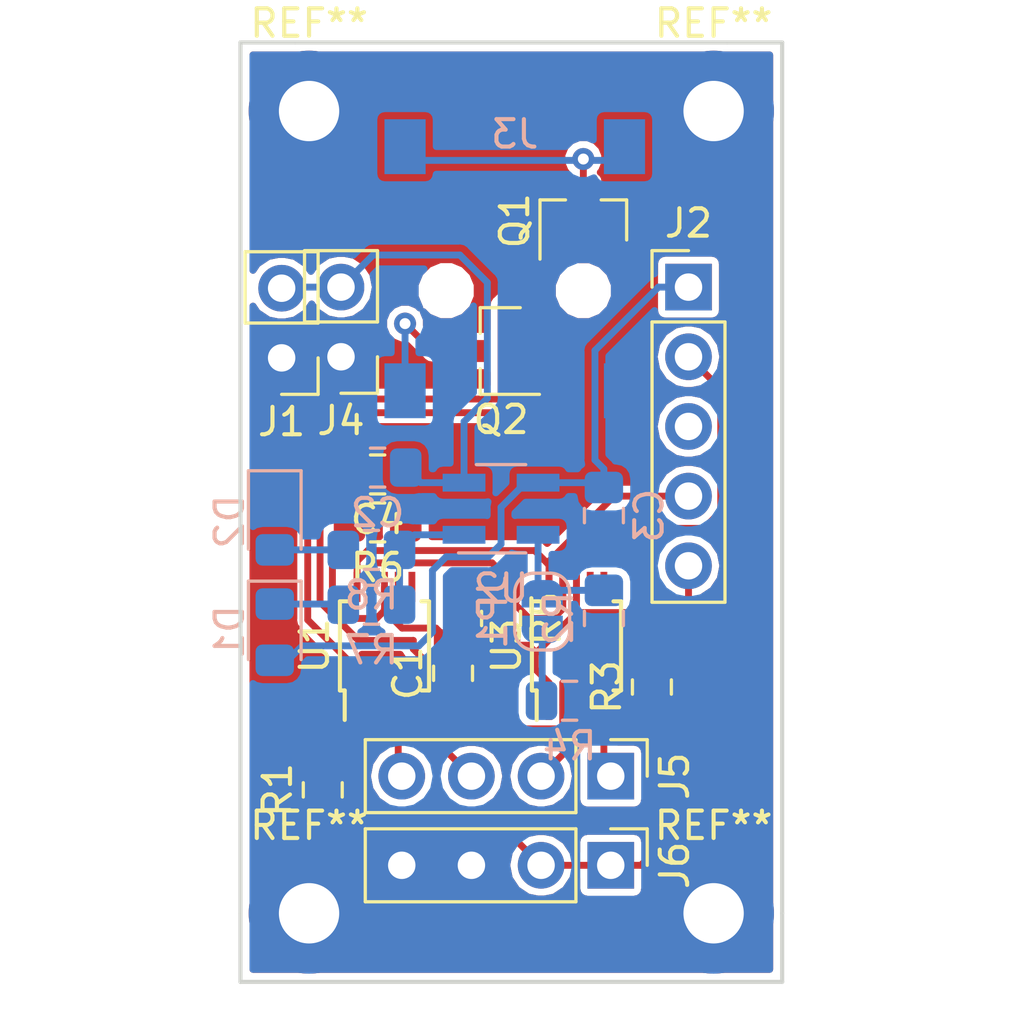
<source format=kicad_pcb>
(kicad_pcb (version 20171130) (host pcbnew "(5.0.2)-1")

  (general
    (thickness 1.6)
    (drawings 8)
    (tracks 170)
    (zones 0)
    (modules 30)
    (nets 25)
  )

  (page A4)
  (layers
    (0 F.Cu signal)
    (31 B.Cu signal)
    (32 B.Adhes user)
    (33 F.Adhes user)
    (34 B.Paste user)
    (35 F.Paste user)
    (36 B.SilkS user)
    (37 F.SilkS user)
    (38 B.Mask user)
    (39 F.Mask user)
    (40 Dwgs.User user)
    (41 Cmts.User user)
    (42 Eco1.User user)
    (43 Eco2.User user)
    (44 Edge.Cuts user)
    (45 Margin user)
    (46 B.CrtYd user)
    (47 F.CrtYd user)
    (48 B.Fab user)
    (49 F.Fab user)
  )

  (setup
    (last_trace_width 0.25)
    (trace_clearance 0.2)
    (zone_clearance 0.254)
    (zone_45_only no)
    (trace_min 0.2)
    (segment_width 0.2)
    (edge_width 0.15)
    (via_size 0.8)
    (via_drill 0.4)
    (via_min_size 0.4)
    (via_min_drill 0.3)
    (uvia_size 0.3)
    (uvia_drill 0.1)
    (uvias_allowed no)
    (uvia_min_size 0.2)
    (uvia_min_drill 0.1)
    (pcb_text_width 0.3)
    (pcb_text_size 1.5 1.5)
    (mod_edge_width 0.15)
    (mod_text_size 1 1)
    (mod_text_width 0.15)
    (pad_size 4.4 4.4)
    (pad_drill 2.2)
    (pad_to_mask_clearance 0.051)
    (solder_mask_min_width 0.25)
    (aux_axis_origin 0 0)
    (visible_elements 7FFFFFFF)
    (pcbplotparams
      (layerselection 0x010fc_ffffffff)
      (usegerberextensions false)
      (usegerberattributes false)
      (usegerberadvancedattributes false)
      (creategerberjobfile false)
      (excludeedgelayer true)
      (linewidth 0.100000)
      (plotframeref false)
      (viasonmask false)
      (mode 1)
      (useauxorigin false)
      (hpglpennumber 1)
      (hpglpenspeed 20)
      (hpglpendiameter 15.000000)
      (psnegative false)
      (psa4output false)
      (plotreference true)
      (plotvalue true)
      (plotinvisibletext false)
      (padsonsilk false)
      (subtractmaskfromsilk false)
      (outputformat 1)
      (mirror false)
      (drillshape 0)
      (scaleselection 1)
      (outputdirectory "Produkcja/"))
  )

  (net 0 "")
  (net 1 GND)
  (net 2 "Net-(J5-Pad3)")
  (net 3 "Net-(J5-Pad2)")
  (net 4 "Net-(J5-Pad4)")
  (net 5 "Net-(J3-Pad1)")
  (net 6 "Net-(J3-Pad2)")
  (net 7 "Net-(C1-Pad2)")
  (net 8 "Net-(Q1-Pad1)")
  (net 9 "Net-(Q2-Pad1)")
  (net 10 "Net-(JP1-Pad2)")
  (net 11 "Net-(C3-Pad2)")
  (net 12 "Net-(JP1-Pad1)")
  (net 13 "Net-(D2-Pad2)")
  (net 14 "Net-(R7-Pad2)")
  (net 15 "Net-(D1-Pad1)")
  (net 16 "Net-(C2-Pad2)")
  (net 17 "Net-(U3-Pad6)")
  (net 18 "Net-(U3-Pad7)")
  (net 19 "Net-(U1-Pad7)")
  (net 20 "Net-(U1-Pad6)")
  (net 21 "Net-(J5-Pad1)")
  (net 22 "Net-(J2-Pad4)")
  (net 23 "Net-(J2-Pad2)")
  (net 24 "Net-(J2-Pad3)")

  (net_class Default "To jest domyślna klasa połączeń."
    (clearance 0.2)
    (trace_width 0.25)
    (via_dia 0.8)
    (via_drill 0.4)
    (uvia_dia 0.3)
    (uvia_drill 0.1)
    (add_net GND)
    (add_net "Net-(C1-Pad2)")
    (add_net "Net-(C2-Pad2)")
    (add_net "Net-(C3-Pad2)")
    (add_net "Net-(D1-Pad1)")
    (add_net "Net-(D2-Pad2)")
    (add_net "Net-(J2-Pad2)")
    (add_net "Net-(J2-Pad3)")
    (add_net "Net-(J2-Pad4)")
    (add_net "Net-(J3-Pad1)")
    (add_net "Net-(J3-Pad2)")
    (add_net "Net-(J5-Pad1)")
    (add_net "Net-(J5-Pad2)")
    (add_net "Net-(J5-Pad3)")
    (add_net "Net-(J5-Pad4)")
    (add_net "Net-(JP1-Pad1)")
    (add_net "Net-(JP1-Pad2)")
    (add_net "Net-(Q1-Pad1)")
    (add_net "Net-(Q2-Pad1)")
    (add_net "Net-(R7-Pad2)")
    (add_net "Net-(U1-Pad6)")
    (add_net "Net-(U1-Pad7)")
    (add_net "Net-(U3-Pad6)")
    (add_net "Net-(U3-Pad7)")
  )

  (module Resistor_SMD:R_0805_2012Metric_Pad1.15x1.40mm_HandSolder (layer F.Cu) (tedit 5B36C52B) (tstamp 5F50C501)
    (at 153.25 145.25 90)
    (descr "Resistor SMD 0805 (2012 Metric), square (rectangular) end terminal, IPC_7351 nominal with elongated pad for handsoldering. (Body size source: https://docs.google.com/spreadsheets/d/1BsfQQcO9C6DZCsRaXUlFlo91Tg2WpOkGARC1WS5S8t0/edit?usp=sharing), generated with kicad-footprint-generator")
    (tags "resistor handsolder")
    (path /5F513104)
    (attr smd)
    (fp_text reference R1 (at 0 -1.65 90) (layer F.SilkS)
      (effects (font (size 1 1) (thickness 0.15)))
    )
    (fp_text value 10k (at 0 1.65 90) (layer F.Fab)
      (effects (font (size 1 1) (thickness 0.15)))
    )
    (fp_text user %R (at 0 0 90) (layer F.Fab)
      (effects (font (size 0.5 0.5) (thickness 0.08)))
    )
    (fp_line (start 1.85 0.95) (end -1.85 0.95) (layer F.CrtYd) (width 0.05))
    (fp_line (start 1.85 -0.95) (end 1.85 0.95) (layer F.CrtYd) (width 0.05))
    (fp_line (start -1.85 -0.95) (end 1.85 -0.95) (layer F.CrtYd) (width 0.05))
    (fp_line (start -1.85 0.95) (end -1.85 -0.95) (layer F.CrtYd) (width 0.05))
    (fp_line (start -0.261252 0.71) (end 0.261252 0.71) (layer F.SilkS) (width 0.12))
    (fp_line (start -0.261252 -0.71) (end 0.261252 -0.71) (layer F.SilkS) (width 0.12))
    (fp_line (start 1 0.6) (end -1 0.6) (layer F.Fab) (width 0.1))
    (fp_line (start 1 -0.6) (end 1 0.6) (layer F.Fab) (width 0.1))
    (fp_line (start -1 -0.6) (end 1 -0.6) (layer F.Fab) (width 0.1))
    (fp_line (start -1 0.6) (end -1 -0.6) (layer F.Fab) (width 0.1))
    (pad 2 smd roundrect (at 1.025 0 90) (size 1.15 1.4) (layers F.Cu F.Paste F.Mask) (roundrect_rratio 0.217391)
      (net 8 "Net-(Q1-Pad1)"))
    (pad 1 smd roundrect (at -1.025 0 90) (size 1.15 1.4) (layers F.Cu F.Paste F.Mask) (roundrect_rratio 0.217391)
      (net 7 "Net-(C1-Pad2)"))
    (model ${KISYS3DMOD}/Resistor_SMD.3dshapes/R_0805_2012Metric.wrl
      (at (xyz 0 0 0))
      (scale (xyz 1 1 1))
      (rotate (xyz 0 0 0))
    )
  )

  (module Resistor_SMD:R_0805_2012Metric_Pad1.15x1.40mm_HandSolder (layer F.Cu) (tedit 5B36C52B) (tstamp 5F50C4D0)
    (at 165.25 141.5 90)
    (descr "Resistor SMD 0805 (2012 Metric), square (rectangular) end terminal, IPC_7351 nominal with elongated pad for handsoldering. (Body size source: https://docs.google.com/spreadsheets/d/1BsfQQcO9C6DZCsRaXUlFlo91Tg2WpOkGARC1WS5S8t0/edit?usp=sharing), generated with kicad-footprint-generator")
    (tags "resistor handsolder")
    (path /5F50C80D)
    (attr smd)
    (fp_text reference R3 (at 0 -1.65 90) (layer F.SilkS)
      (effects (font (size 1 1) (thickness 0.15)))
    )
    (fp_text value 10k (at 0 1.65 90) (layer F.Fab)
      (effects (font (size 1 1) (thickness 0.15)))
    )
    (fp_line (start -1 0.6) (end -1 -0.6) (layer F.Fab) (width 0.1))
    (fp_line (start -1 -0.6) (end 1 -0.6) (layer F.Fab) (width 0.1))
    (fp_line (start 1 -0.6) (end 1 0.6) (layer F.Fab) (width 0.1))
    (fp_line (start 1 0.6) (end -1 0.6) (layer F.Fab) (width 0.1))
    (fp_line (start -0.261252 -0.71) (end 0.261252 -0.71) (layer F.SilkS) (width 0.12))
    (fp_line (start -0.261252 0.71) (end 0.261252 0.71) (layer F.SilkS) (width 0.12))
    (fp_line (start -1.85 0.95) (end -1.85 -0.95) (layer F.CrtYd) (width 0.05))
    (fp_line (start -1.85 -0.95) (end 1.85 -0.95) (layer F.CrtYd) (width 0.05))
    (fp_line (start 1.85 -0.95) (end 1.85 0.95) (layer F.CrtYd) (width 0.05))
    (fp_line (start 1.85 0.95) (end -1.85 0.95) (layer F.CrtYd) (width 0.05))
    (fp_text user %R (at 0 0 90) (layer F.Fab)
      (effects (font (size 0.5 0.5) (thickness 0.08)))
    )
    (pad 1 smd roundrect (at -1.025 0 90) (size 1.15 1.4) (layers F.Cu F.Paste F.Mask) (roundrect_rratio 0.217391)
      (net 7 "Net-(C1-Pad2)"))
    (pad 2 smd roundrect (at 1.025 0 90) (size 1.15 1.4) (layers F.Cu F.Paste F.Mask) (roundrect_rratio 0.217391)
      (net 9 "Net-(Q2-Pad1)"))
    (model ${KISYS3DMOD}/Resistor_SMD.3dshapes/R_0805_2012Metric.wrl
      (at (xyz 0 0 0))
      (scale (xyz 1 1 1))
      (rotate (xyz 0 0 0))
    )
  )

  (module Connector_Audio:Jack_3.5mm_1503_Horizontal (layer B.Cu) (tedit 5F3E5A19) (tstamp 5F3046A3)
    (at 160.25 131.5 180)
    (descr "PJ311 6pin SMD 3.5mm stereo headphones jack.")
    (tags "headphones jack plug stereo 3.5mm PJ311")
    (path /5F2E40A7)
    (attr smd)
    (fp_text reference J3 (at 0 10.16 180) (layer B.SilkS)
      (effects (font (size 1 1) (thickness 0.15)) (justify mirror))
    )
    (fp_text value Audio-Jack-3 (at 0 -7.17 180) (layer B.Fab)
      (effects (font (size 1 1) (thickness 0.15)) (justify mirror))
    )
    (fp_line (start -2.5 4.45) (end 3.15 4.45) (layer F.Fab) (width 0.15))
    (fp_text user %R (at 0 0 180) (layer B.Fab)
      (effects (font (size 1 1) (thickness 0.15)) (justify mirror))
    )
    (fp_line (start -4.75 14) (end 4.75 14) (layer B.CrtYd) (width 0.05))
    (fp_line (start -4.75 -0.4) (end -4.75 14) (layer B.CrtYd) (width 0.05))
    (fp_line (start 4.75 -0.4) (end 4.75 14) (layer B.CrtYd) (width 0.05))
    (fp_line (start -4.75 -0.4) (end 4.75 -0.4) (layer B.CrtYd) (width 0.05))
    (fp_line (start 2.5 14) (end 2.5 11.5) (layer B.Fab) (width 0.15))
    (fp_line (start -2.5 14) (end -2.5 11.5) (layer B.Fab) (width 0.15))
    (pad 3 smd rect (at -4 0.8 180) (size 1.5 2) (layers B.Cu B.Paste B.Mask)
      (net 1 GND))
    (pad 1 smd rect (at 4 0.8 180) (size 1.5 2) (layers B.Cu B.Paste B.Mask)
      (net 5 "Net-(J3-Pad1)"))
    (pad "" np_thru_hole circle (at 2.5 4.45 180) (size 1.5 1.5) (drill 1.5) (layers *.Cu *.Mask))
    (pad "" np_thru_hole circle (at -2.5 4.45 180) (size 1.5 1.5) (drill 1.5) (layers *.Cu *.Mask))
    (pad 2 smd rect (at 4 9.7 180) (size 1.5 2) (layers B.Cu B.Paste B.Mask)
      (net 6 "Net-(J3-Pad2)"))
    (pad 2 smd rect (at -4 9.7 180) (size 1.5 2) (layers B.Cu B.Paste B.Mask)
      (net 6 "Net-(J3-Pad2)"))
    (model ${KISYS3DMOD}/Connector_Audio.3dshapes/Jack_3.5mm_PJ311_Horizontal.wrl
      (at (xyz 0 0 0))
      (scale (xyz 1 1 1))
      (rotate (xyz 0 0 0))
    )
  )

  (module Diode_SMD:D_0805_2012Metric_Pad1.15x1.40mm_HandSolder (layer B.Cu) (tedit 5B4B45C8) (tstamp 5F304608)
    (at 151.5 135.475 270)
    (descr "Diode SMD 0805 (2012 Metric), square (rectangular) end terminal, IPC_7351 nominal, (Body size source: https://docs.google.com/spreadsheets/d/1BsfQQcO9C6DZCsRaXUlFlo91Tg2WpOkGARC1WS5S8t0/edit?usp=sharing), generated with kicad-footprint-generator")
    (tags "diode handsolder")
    (path /5F30A521)
    (attr smd)
    (fp_text reference D2 (at 0 1.65 270) (layer B.SilkS)
      (effects (font (size 1 1) (thickness 0.15)) (justify mirror))
    )
    (fp_text value "LED GREEN" (at 0 -1.65 270) (layer B.Fab)
      (effects (font (size 1 1) (thickness 0.15)) (justify mirror))
    )
    (fp_line (start 1 0.6) (end -0.7 0.6) (layer B.Fab) (width 0.1))
    (fp_line (start -0.7 0.6) (end -1 0.3) (layer B.Fab) (width 0.1))
    (fp_line (start -1 0.3) (end -1 -0.6) (layer B.Fab) (width 0.1))
    (fp_line (start -1 -0.6) (end 1 -0.6) (layer B.Fab) (width 0.1))
    (fp_line (start 1 -0.6) (end 1 0.6) (layer B.Fab) (width 0.1))
    (fp_line (start 1 0.96) (end -1.86 0.96) (layer B.SilkS) (width 0.12))
    (fp_line (start -1.86 0.96) (end -1.86 -0.96) (layer B.SilkS) (width 0.12))
    (fp_line (start -1.86 -0.96) (end 1 -0.96) (layer B.SilkS) (width 0.12))
    (fp_line (start -1.85 -0.95) (end -1.85 0.95) (layer B.CrtYd) (width 0.05))
    (fp_line (start -1.85 0.95) (end 1.85 0.95) (layer B.CrtYd) (width 0.05))
    (fp_line (start 1.85 0.95) (end 1.85 -0.95) (layer B.CrtYd) (width 0.05))
    (fp_line (start 1.85 -0.95) (end -1.85 -0.95) (layer B.CrtYd) (width 0.05))
    (fp_text user %R (at 0 0 270) (layer B.Fab)
      (effects (font (size 0.5 0.5) (thickness 0.08)) (justify mirror))
    )
    (pad 1 smd roundrect (at -1.025 0 270) (size 1.15 1.4) (layers B.Cu B.Paste B.Mask) (roundrect_rratio 0.217391)
      (net 1 GND))
    (pad 2 smd roundrect (at 1.025 0 270) (size 1.15 1.4) (layers B.Cu B.Paste B.Mask) (roundrect_rratio 0.217391)
      (net 13 "Net-(D2-Pad2)"))
    (model ${KISYS3DMOD}/Diode_SMD.3dshapes/D_0805_2012Metric.wrl
      (at (xyz 0 0 0))
      (scale (xyz 1 1 1))
      (rotate (xyz 0 0 0))
    )
  )

  (module Capacitor_SMD:C_0805_2012Metric_Pad1.15x1.40mm_HandSolder (layer F.Cu) (tedit 5B36C52B) (tstamp 5F3046D6)
    (at 158 141 90)
    (descr "Capacitor SMD 0805 (2012 Metric), square (rectangular) end terminal, IPC_7351 nominal with elongated pad for handsoldering. (Body size source: https://docs.google.com/spreadsheets/d/1BsfQQcO9C6DZCsRaXUlFlo91Tg2WpOkGARC1WS5S8t0/edit?usp=sharing), generated with kicad-footprint-generator")
    (tags "capacitor handsolder")
    (path /5F298B3E)
    (attr smd)
    (fp_text reference C1 (at 0 -1.65 90) (layer F.SilkS)
      (effects (font (size 1 1) (thickness 0.15)))
    )
    (fp_text value 1uF (at 0 1.65 90) (layer F.Fab)
      (effects (font (size 1 1) (thickness 0.15)))
    )
    (fp_line (start -1 0.6) (end -1 -0.6) (layer F.Fab) (width 0.1))
    (fp_line (start -1 -0.6) (end 1 -0.6) (layer F.Fab) (width 0.1))
    (fp_line (start 1 -0.6) (end 1 0.6) (layer F.Fab) (width 0.1))
    (fp_line (start 1 0.6) (end -1 0.6) (layer F.Fab) (width 0.1))
    (fp_line (start -0.261252 -0.71) (end 0.261252 -0.71) (layer F.SilkS) (width 0.12))
    (fp_line (start -0.261252 0.71) (end 0.261252 0.71) (layer F.SilkS) (width 0.12))
    (fp_line (start -1.85 0.95) (end -1.85 -0.95) (layer F.CrtYd) (width 0.05))
    (fp_line (start -1.85 -0.95) (end 1.85 -0.95) (layer F.CrtYd) (width 0.05))
    (fp_line (start 1.85 -0.95) (end 1.85 0.95) (layer F.CrtYd) (width 0.05))
    (fp_line (start 1.85 0.95) (end -1.85 0.95) (layer F.CrtYd) (width 0.05))
    (fp_text user %R (at 0 0 90) (layer F.Fab)
      (effects (font (size 0.5 0.5) (thickness 0.08)))
    )
    (pad 1 smd roundrect (at -1.025 0 90) (size 1.15 1.4) (layers F.Cu F.Paste F.Mask) (roundrect_rratio 0.217391)
      (net 1 GND))
    (pad 2 smd roundrect (at 1.025 0 90) (size 1.15 1.4) (layers F.Cu F.Paste F.Mask) (roundrect_rratio 0.217391)
      (net 7 "Net-(C1-Pad2)"))
    (model ${KISYS3DMOD}/Capacitor_SMD.3dshapes/C_0805_2012Metric.wrl
      (at (xyz 0 0 0))
      (scale (xyz 1 1 1))
      (rotate (xyz 0 0 0))
    )
  )

  (module Diode_SMD:D_0805_2012Metric_Pad1.15x1.40mm_HandSolder (layer B.Cu) (tedit 5B4B45C8) (tstamp 5F30461B)
    (at 151.5 139.5 270)
    (descr "Diode SMD 0805 (2012 Metric), square (rectangular) end terminal, IPC_7351 nominal, (Body size source: https://docs.google.com/spreadsheets/d/1BsfQQcO9C6DZCsRaXUlFlo91Tg2WpOkGARC1WS5S8t0/edit?usp=sharing), generated with kicad-footprint-generator")
    (tags "diode handsolder")
    (path /5F30A597)
    (attr smd)
    (fp_text reference D1 (at 0 1.65 270) (layer B.SilkS)
      (effects (font (size 1 1) (thickness 0.15)) (justify mirror))
    )
    (fp_text value "LED RED" (at 0 -1.65 270) (layer B.Fab)
      (effects (font (size 1 1) (thickness 0.15)) (justify mirror))
    )
    (fp_text user %R (at 0 0 270) (layer B.Fab)
      (effects (font (size 0.5 0.5) (thickness 0.08)) (justify mirror))
    )
    (fp_line (start 1.85 -0.95) (end -1.85 -0.95) (layer B.CrtYd) (width 0.05))
    (fp_line (start 1.85 0.95) (end 1.85 -0.95) (layer B.CrtYd) (width 0.05))
    (fp_line (start -1.85 0.95) (end 1.85 0.95) (layer B.CrtYd) (width 0.05))
    (fp_line (start -1.85 -0.95) (end -1.85 0.95) (layer B.CrtYd) (width 0.05))
    (fp_line (start -1.86 -0.96) (end 1 -0.96) (layer B.SilkS) (width 0.12))
    (fp_line (start -1.86 0.96) (end -1.86 -0.96) (layer B.SilkS) (width 0.12))
    (fp_line (start 1 0.96) (end -1.86 0.96) (layer B.SilkS) (width 0.12))
    (fp_line (start 1 -0.6) (end 1 0.6) (layer B.Fab) (width 0.1))
    (fp_line (start -1 -0.6) (end 1 -0.6) (layer B.Fab) (width 0.1))
    (fp_line (start -1 0.3) (end -1 -0.6) (layer B.Fab) (width 0.1))
    (fp_line (start -0.7 0.6) (end -1 0.3) (layer B.Fab) (width 0.1))
    (fp_line (start 1 0.6) (end -0.7 0.6) (layer B.Fab) (width 0.1))
    (pad 2 smd roundrect (at 1.025 0 270) (size 1.15 1.4) (layers B.Cu B.Paste B.Mask) (roundrect_rratio 0.217391)
      (net 11 "Net-(C3-Pad2)"))
    (pad 1 smd roundrect (at -1.025 0 270) (size 1.15 1.4) (layers B.Cu B.Paste B.Mask) (roundrect_rratio 0.217391)
      (net 15 "Net-(D1-Pad1)"))
    (model ${KISYS3DMOD}/Diode_SMD.3dshapes/D_0805_2012Metric.wrl
      (at (xyz 0 0 0))
      (scale (xyz 1 1 1))
      (rotate (xyz 0 0 0))
    )
  )

  (module Connector_PinHeader_2.54mm:PinHeader_1x04_P2.54mm_Vertical (layer F.Cu) (tedit 59FED5CC) (tstamp 5F34E9F2)
    (at 163.75 148 270)
    (descr "Through hole straight pin header, 1x04, 2.54mm pitch, single row")
    (tags "Through hole pin header THT 1x04 2.54mm single row")
    (path /5F3460B5)
    (fp_text reference J6 (at 0 -2.33 270) (layer F.SilkS)
      (effects (font (size 1 1) (thickness 0.15)))
    )
    (fp_text value Conn_01x04 (at 0 9.95 270) (layer F.Fab)
      (effects (font (size 1 1) (thickness 0.15)))
    )
    (fp_line (start -0.635 -1.27) (end 1.27 -1.27) (layer F.Fab) (width 0.1))
    (fp_line (start 1.27 -1.27) (end 1.27 8.89) (layer F.Fab) (width 0.1))
    (fp_line (start 1.27 8.89) (end -1.27 8.89) (layer F.Fab) (width 0.1))
    (fp_line (start -1.27 8.89) (end -1.27 -0.635) (layer F.Fab) (width 0.1))
    (fp_line (start -1.27 -0.635) (end -0.635 -1.27) (layer F.Fab) (width 0.1))
    (fp_line (start -1.33 8.95) (end 1.33 8.95) (layer F.SilkS) (width 0.12))
    (fp_line (start -1.33 1.27) (end -1.33 8.95) (layer F.SilkS) (width 0.12))
    (fp_line (start 1.33 1.27) (end 1.33 8.95) (layer F.SilkS) (width 0.12))
    (fp_line (start -1.33 1.27) (end 1.33 1.27) (layer F.SilkS) (width 0.12))
    (fp_line (start -1.33 0) (end -1.33 -1.33) (layer F.SilkS) (width 0.12))
    (fp_line (start -1.33 -1.33) (end 0 -1.33) (layer F.SilkS) (width 0.12))
    (fp_line (start -1.8 -1.8) (end -1.8 9.4) (layer F.CrtYd) (width 0.05))
    (fp_line (start -1.8 9.4) (end 1.8 9.4) (layer F.CrtYd) (width 0.05))
    (fp_line (start 1.8 9.4) (end 1.8 -1.8) (layer F.CrtYd) (width 0.05))
    (fp_line (start 1.8 -1.8) (end -1.8 -1.8) (layer F.CrtYd) (width 0.05))
    (fp_text user %R (at 0 3.81) (layer F.Fab)
      (effects (font (size 1 1) (thickness 0.15)))
    )
    (pad 1 thru_hole rect (at 0 0 270) (size 1.7 1.7) (drill 1) (layers *.Cu *.Mask)
      (net 7 "Net-(C1-Pad2)"))
    (pad 2 thru_hole oval (at 0 2.54 270) (size 1.7 1.7) (drill 1) (layers *.Cu *.Mask)
      (net 7 "Net-(C1-Pad2)"))
    (pad 3 thru_hole oval (at 0 5.08 270) (size 1.7 1.7) (drill 1) (layers *.Cu *.Mask)
      (net 1 GND))
    (pad 4 thru_hole oval (at 0 7.62 270) (size 1.7 1.7) (drill 1) (layers *.Cu *.Mask)
      (net 1 GND))
    (model ${KISYS3DMOD}/Connector_PinHeader_2.54mm.3dshapes/PinHeader_1x04_P2.54mm_Vertical.wrl
      (at (xyz 0 0 0))
      (scale (xyz 1 1 1))
      (rotate (xyz 0 0 0))
    )
  )

  (module Connector_PinHeader_2.54mm:PinHeader_1x05_P2.54mm_Vertical (layer F.Cu) (tedit 59FED5CC) (tstamp 5F34E9F1)
    (at 166.585 126.92)
    (descr "Through hole straight pin header, 1x05, 2.54mm pitch, single row")
    (tags "Through hole pin header THT 1x05 2.54mm single row")
    (path /5F346292)
    (fp_text reference J2 (at 0 -2.33) (layer F.SilkS)
      (effects (font (size 1 1) (thickness 0.15)))
    )
    (fp_text value Conn_01x05 (at 0 12.49) (layer F.Fab)
      (effects (font (size 1 1) (thickness 0.15)))
    )
    (fp_line (start -0.635 -1.27) (end 1.27 -1.27) (layer F.Fab) (width 0.1))
    (fp_line (start 1.27 -1.27) (end 1.27 11.43) (layer F.Fab) (width 0.1))
    (fp_line (start 1.27 11.43) (end -1.27 11.43) (layer F.Fab) (width 0.1))
    (fp_line (start -1.27 11.43) (end -1.27 -0.635) (layer F.Fab) (width 0.1))
    (fp_line (start -1.27 -0.635) (end -0.635 -1.27) (layer F.Fab) (width 0.1))
    (fp_line (start -1.33 11.49) (end 1.33 11.49) (layer F.SilkS) (width 0.12))
    (fp_line (start -1.33 1.27) (end -1.33 11.49) (layer F.SilkS) (width 0.12))
    (fp_line (start 1.33 1.27) (end 1.33 11.49) (layer F.SilkS) (width 0.12))
    (fp_line (start -1.33 1.27) (end 1.33 1.27) (layer F.SilkS) (width 0.12))
    (fp_line (start -1.33 0) (end -1.33 -1.33) (layer F.SilkS) (width 0.12))
    (fp_line (start -1.33 -1.33) (end 0 -1.33) (layer F.SilkS) (width 0.12))
    (fp_line (start -1.8 -1.8) (end -1.8 11.95) (layer F.CrtYd) (width 0.05))
    (fp_line (start -1.8 11.95) (end 1.8 11.95) (layer F.CrtYd) (width 0.05))
    (fp_line (start 1.8 11.95) (end 1.8 -1.8) (layer F.CrtYd) (width 0.05))
    (fp_line (start 1.8 -1.8) (end -1.8 -1.8) (layer F.CrtYd) (width 0.05))
    (fp_text user %R (at 0 5.08 90) (layer F.Fab)
      (effects (font (size 1 1) (thickness 0.15)))
    )
    (pad 1 thru_hole rect (at 0 0) (size 1.7 1.7) (drill 1) (layers *.Cu *.Mask)
      (net 11 "Net-(C3-Pad2)"))
    (pad 2 thru_hole oval (at 0 2.54) (size 1.7 1.7) (drill 1) (layers *.Cu *.Mask)
      (net 23 "Net-(J2-Pad2)"))
    (pad 3 thru_hole oval (at 0 5.08) (size 1.7 1.7) (drill 1) (layers *.Cu *.Mask)
      (net 24 "Net-(J2-Pad3)"))
    (pad 4 thru_hole oval (at 0 7.62) (size 1.7 1.7) (drill 1) (layers *.Cu *.Mask)
      (net 22 "Net-(J2-Pad4)"))
    (pad 5 thru_hole oval (at 0 10.16) (size 1.7 1.7) (drill 1) (layers *.Cu *.Mask)
      (net 7 "Net-(C1-Pad2)"))
    (model ${KISYS3DMOD}/Connector_PinHeader_2.54mm.3dshapes/PinHeader_1x05_P2.54mm_Vertical.wrl
      (at (xyz 0 0 0))
      (scale (xyz 1 1 1))
      (rotate (xyz 0 0 0))
    )
  )

  (module Capacitor_SMD:C_0805_2012Metric_Pad1.15x1.40mm_HandSolder (layer F.Cu) (tedit 5B36C52B) (tstamp 5F347B8F)
    (at 155.25 133.75 180)
    (descr "Capacitor SMD 0805 (2012 Metric), square (rectangular) end terminal, IPC_7351 nominal with elongated pad for handsoldering. (Body size source: https://docs.google.com/spreadsheets/d/1BsfQQcO9C6DZCsRaXUlFlo91Tg2WpOkGARC1WS5S8t0/edit?usp=sharing), generated with kicad-footprint-generator")
    (tags "capacitor handsolder")
    (path /5F35241C)
    (attr smd)
    (fp_text reference C4 (at 0 -1.65 180) (layer F.SilkS)
      (effects (font (size 1 1) (thickness 0.15)))
    )
    (fp_text value 1uF (at 0 1.65 180) (layer F.Fab)
      (effects (font (size 1 1) (thickness 0.15)))
    )
    (fp_line (start -1 0.6) (end -1 -0.6) (layer F.Fab) (width 0.1))
    (fp_line (start -1 -0.6) (end 1 -0.6) (layer F.Fab) (width 0.1))
    (fp_line (start 1 -0.6) (end 1 0.6) (layer F.Fab) (width 0.1))
    (fp_line (start 1 0.6) (end -1 0.6) (layer F.Fab) (width 0.1))
    (fp_line (start -0.261252 -0.71) (end 0.261252 -0.71) (layer F.SilkS) (width 0.12))
    (fp_line (start -0.261252 0.71) (end 0.261252 0.71) (layer F.SilkS) (width 0.12))
    (fp_line (start -1.85 0.95) (end -1.85 -0.95) (layer F.CrtYd) (width 0.05))
    (fp_line (start -1.85 -0.95) (end 1.85 -0.95) (layer F.CrtYd) (width 0.05))
    (fp_line (start 1.85 -0.95) (end 1.85 0.95) (layer F.CrtYd) (width 0.05))
    (fp_line (start 1.85 0.95) (end -1.85 0.95) (layer F.CrtYd) (width 0.05))
    (fp_text user %R (at 0 0 180) (layer F.Fab)
      (effects (font (size 0.5 0.5) (thickness 0.08)))
    )
    (pad 1 smd roundrect (at -1.025 0 180) (size 1.15 1.4) (layers F.Cu F.Paste F.Mask) (roundrect_rratio 0.217391)
      (net 1 GND))
    (pad 2 smd roundrect (at 1.025 0 180) (size 1.15 1.4) (layers F.Cu F.Paste F.Mask) (roundrect_rratio 0.217391)
      (net 7 "Net-(C1-Pad2)"))
    (model ${KISYS3DMOD}/Capacitor_SMD.3dshapes/C_0805_2012Metric.wrl
      (at (xyz 0 0 0))
      (scale (xyz 1 1 1))
      (rotate (xyz 0 0 0))
    )
  )

  (module Connector_PinHeader_2.54mm:PinHeader_1x04_P2.54mm_Vertical (layer F.Cu) (tedit 59FED5CC) (tstamp 5F347ACA)
    (at 163.75 144.75 270)
    (descr "Through hole straight pin header, 1x04, 2.54mm pitch, single row")
    (tags "Through hole pin header THT 1x04 2.54mm single row")
    (path /5F360404)
    (fp_text reference J5 (at 0 -2.33 270) (layer F.SilkS)
      (effects (font (size 1 1) (thickness 0.15)))
    )
    (fp_text value Conn_01x04 (at 0 9.95 270) (layer F.Fab)
      (effects (font (size 1 1) (thickness 0.15)))
    )
    (fp_line (start -0.635 -1.27) (end 1.27 -1.27) (layer F.Fab) (width 0.1))
    (fp_line (start 1.27 -1.27) (end 1.27 8.89) (layer F.Fab) (width 0.1))
    (fp_line (start 1.27 8.89) (end -1.27 8.89) (layer F.Fab) (width 0.1))
    (fp_line (start -1.27 8.89) (end -1.27 -0.635) (layer F.Fab) (width 0.1))
    (fp_line (start -1.27 -0.635) (end -0.635 -1.27) (layer F.Fab) (width 0.1))
    (fp_line (start -1.33 8.95) (end 1.33 8.95) (layer F.SilkS) (width 0.12))
    (fp_line (start -1.33 1.27) (end -1.33 8.95) (layer F.SilkS) (width 0.12))
    (fp_line (start 1.33 1.27) (end 1.33 8.95) (layer F.SilkS) (width 0.12))
    (fp_line (start -1.33 1.27) (end 1.33 1.27) (layer F.SilkS) (width 0.12))
    (fp_line (start -1.33 0) (end -1.33 -1.33) (layer F.SilkS) (width 0.12))
    (fp_line (start -1.33 -1.33) (end 0 -1.33) (layer F.SilkS) (width 0.12))
    (fp_line (start -1.8 -1.8) (end -1.8 9.4) (layer F.CrtYd) (width 0.05))
    (fp_line (start -1.8 9.4) (end 1.8 9.4) (layer F.CrtYd) (width 0.05))
    (fp_line (start 1.8 9.4) (end 1.8 -1.8) (layer F.CrtYd) (width 0.05))
    (fp_line (start 1.8 -1.8) (end -1.8 -1.8) (layer F.CrtYd) (width 0.05))
    (fp_text user %R (at 0 3.81) (layer F.Fab)
      (effects (font (size 1 1) (thickness 0.15)))
    )
    (pad 1 thru_hole rect (at 0 0 270) (size 1.7 1.7) (drill 1) (layers *.Cu *.Mask)
      (net 21 "Net-(J5-Pad1)"))
    (pad 2 thru_hole oval (at 0 2.54 270) (size 1.7 1.7) (drill 1) (layers *.Cu *.Mask)
      (net 3 "Net-(J5-Pad2)"))
    (pad 3 thru_hole oval (at 0 5.08 270) (size 1.7 1.7) (drill 1) (layers *.Cu *.Mask)
      (net 2 "Net-(J5-Pad3)"))
    (pad 4 thru_hole oval (at 0 7.62 270) (size 1.7 1.7) (drill 1) (layers *.Cu *.Mask)
      (net 4 "Net-(J5-Pad4)"))
    (model ${KISYS3DMOD}/Connector_PinHeader_2.54mm.3dshapes/PinHeader_1x04_P2.54mm_Vertical.wrl
      (at (xyz 0 0 0))
      (scale (xyz 1 1 1))
      (rotate (xyz 0 0 0))
    )
  )

  (module Capacitor_SMD:C_0805_2012Metric_Pad1.15x1.40mm_HandSolder (layer B.Cu) (tedit 5B36C52B) (tstamp 5F3046C5)
    (at 155.25 133.5)
    (descr "Capacitor SMD 0805 (2012 Metric), square (rectangular) end terminal, IPC_7351 nominal with elongated pad for handsoldering. (Body size source: https://docs.google.com/spreadsheets/d/1BsfQQcO9C6DZCsRaXUlFlo91Tg2WpOkGARC1WS5S8t0/edit?usp=sharing), generated with kicad-footprint-generator")
    (tags "capacitor handsolder")
    (path /5F30754C)
    (attr smd)
    (fp_text reference C2 (at 0 1.65) (layer B.SilkS)
      (effects (font (size 1 1) (thickness 0.15)) (justify mirror))
    )
    (fp_text value 1uF (at 0 -1.65) (layer B.Fab)
      (effects (font (size 1 1) (thickness 0.15)) (justify mirror))
    )
    (fp_text user %R (at 0 0) (layer B.Fab)
      (effects (font (size 0.5 0.5) (thickness 0.08)) (justify mirror))
    )
    (fp_line (start 1.85 -0.95) (end -1.85 -0.95) (layer B.CrtYd) (width 0.05))
    (fp_line (start 1.85 0.95) (end 1.85 -0.95) (layer B.CrtYd) (width 0.05))
    (fp_line (start -1.85 0.95) (end 1.85 0.95) (layer B.CrtYd) (width 0.05))
    (fp_line (start -1.85 -0.95) (end -1.85 0.95) (layer B.CrtYd) (width 0.05))
    (fp_line (start -0.261252 -0.71) (end 0.261252 -0.71) (layer B.SilkS) (width 0.12))
    (fp_line (start -0.261252 0.71) (end 0.261252 0.71) (layer B.SilkS) (width 0.12))
    (fp_line (start 1 -0.6) (end -1 -0.6) (layer B.Fab) (width 0.1))
    (fp_line (start 1 0.6) (end 1 -0.6) (layer B.Fab) (width 0.1))
    (fp_line (start -1 0.6) (end 1 0.6) (layer B.Fab) (width 0.1))
    (fp_line (start -1 -0.6) (end -1 0.6) (layer B.Fab) (width 0.1))
    (pad 2 smd roundrect (at 1.025 0) (size 1.15 1.4) (layers B.Cu B.Paste B.Mask) (roundrect_rratio 0.217391)
      (net 16 "Net-(C2-Pad2)"))
    (pad 1 smd roundrect (at -1.025 0) (size 1.15 1.4) (layers B.Cu B.Paste B.Mask) (roundrect_rratio 0.217391)
      (net 1 GND))
    (model ${KISYS3DMOD}/Capacitor_SMD.3dshapes/C_0805_2012Metric.wrl
      (at (xyz 0 0 0))
      (scale (xyz 1 1 1))
      (rotate (xyz 0 0 0))
    )
  )

  (module Capacitor_SMD:C_0805_2012Metric_Pad1.15x1.40mm_HandSolder (layer B.Cu) (tedit 5B36C52B) (tstamp 5F3046B4)
    (at 163.5 135.25 90)
    (descr "Capacitor SMD 0805 (2012 Metric), square (rectangular) end terminal, IPC_7351 nominal with elongated pad for handsoldering. (Body size source: https://docs.google.com/spreadsheets/d/1BsfQQcO9C6DZCsRaXUlFlo91Tg2WpOkGARC1WS5S8t0/edit?usp=sharing), generated with kicad-footprint-generator")
    (tags "capacitor handsolder")
    (path /5F307E37)
    (attr smd)
    (fp_text reference C3 (at 0 1.65 90) (layer B.SilkS)
      (effects (font (size 1 1) (thickness 0.15)) (justify mirror))
    )
    (fp_text value 1uF (at 0 -1.65 90) (layer B.Fab)
      (effects (font (size 1 1) (thickness 0.15)) (justify mirror))
    )
    (fp_line (start -1 -0.6) (end -1 0.6) (layer B.Fab) (width 0.1))
    (fp_line (start -1 0.6) (end 1 0.6) (layer B.Fab) (width 0.1))
    (fp_line (start 1 0.6) (end 1 -0.6) (layer B.Fab) (width 0.1))
    (fp_line (start 1 -0.6) (end -1 -0.6) (layer B.Fab) (width 0.1))
    (fp_line (start -0.261252 0.71) (end 0.261252 0.71) (layer B.SilkS) (width 0.12))
    (fp_line (start -0.261252 -0.71) (end 0.261252 -0.71) (layer B.SilkS) (width 0.12))
    (fp_line (start -1.85 -0.95) (end -1.85 0.95) (layer B.CrtYd) (width 0.05))
    (fp_line (start -1.85 0.95) (end 1.85 0.95) (layer B.CrtYd) (width 0.05))
    (fp_line (start 1.85 0.95) (end 1.85 -0.95) (layer B.CrtYd) (width 0.05))
    (fp_line (start 1.85 -0.95) (end -1.85 -0.95) (layer B.CrtYd) (width 0.05))
    (fp_text user %R (at 0 0 90) (layer B.Fab)
      (effects (font (size 0.5 0.5) (thickness 0.08)) (justify mirror))
    )
    (pad 1 smd roundrect (at -1.025 0 90) (size 1.15 1.4) (layers B.Cu B.Paste B.Mask) (roundrect_rratio 0.217391)
      (net 1 GND))
    (pad 2 smd roundrect (at 1.025 0 90) (size 1.15 1.4) (layers B.Cu B.Paste B.Mask) (roundrect_rratio 0.217391)
      (net 11 "Net-(C3-Pad2)"))
    (model ${KISYS3DMOD}/Capacitor_SMD.3dshapes/C_0805_2012Metric.wrl
      (at (xyz 0 0 0))
      (scale (xyz 1 1 1))
      (rotate (xyz 0 0 0))
    )
  )

  (module Connector_PinHeader_2.54mm:PinHeader_1x02_P2.54mm_Vertical (layer F.Cu) (tedit 59FED5CC) (tstamp 5F304692)
    (at 151.75 129.5 180)
    (descr "Through hole straight pin header, 1x02, 2.54mm pitch, single row")
    (tags "Through hole pin header THT 1x02 2.54mm single row")
    (path /5F2E3BC9)
    (fp_text reference J1 (at 0 -2.33 180) (layer F.SilkS)
      (effects (font (size 1 1) (thickness 0.15)))
    )
    (fp_text value Batt (at 0 4.87 180) (layer F.Fab)
      (effects (font (size 1 1) (thickness 0.15)))
    )
    (fp_line (start -0.635 -1.27) (end 1.27 -1.27) (layer F.Fab) (width 0.1))
    (fp_line (start 1.27 -1.27) (end 1.27 3.81) (layer F.Fab) (width 0.1))
    (fp_line (start 1.27 3.81) (end -1.27 3.81) (layer F.Fab) (width 0.1))
    (fp_line (start -1.27 3.81) (end -1.27 -0.635) (layer F.Fab) (width 0.1))
    (fp_line (start -1.27 -0.635) (end -0.635 -1.27) (layer F.Fab) (width 0.1))
    (fp_line (start -1.33 3.87) (end 1.33 3.87) (layer F.SilkS) (width 0.12))
    (fp_line (start -1.33 1.27) (end -1.33 3.87) (layer F.SilkS) (width 0.12))
    (fp_line (start 1.33 1.27) (end 1.33 3.87) (layer F.SilkS) (width 0.12))
    (fp_line (start -1.33 1.27) (end 1.33 1.27) (layer F.SilkS) (width 0.12))
    (fp_line (start -1.33 0) (end -1.33 -1.33) (layer F.SilkS) (width 0.12))
    (fp_line (start -1.33 -1.33) (end 0 -1.33) (layer F.SilkS) (width 0.12))
    (fp_line (start -1.8 -1.8) (end -1.8 4.35) (layer F.CrtYd) (width 0.05))
    (fp_line (start -1.8 4.35) (end 1.8 4.35) (layer F.CrtYd) (width 0.05))
    (fp_line (start 1.8 4.35) (end 1.8 -1.8) (layer F.CrtYd) (width 0.05))
    (fp_line (start 1.8 -1.8) (end -1.8 -1.8) (layer F.CrtYd) (width 0.05))
    (fp_text user %R (at 0 1.27 270) (layer F.Fab)
      (effects (font (size 1 1) (thickness 0.15)))
    )
    (pad 1 thru_hole rect (at 0 0 180) (size 1.7 1.7) (drill 1) (layers *.Cu *.Mask)
      (net 1 GND))
    (pad 2 thru_hole oval (at 0 2.54 180) (size 1.7 1.7) (drill 1) (layers *.Cu *.Mask)
      (net 16 "Net-(C2-Pad2)"))
    (model ${KISYS3DMOD}/Connector_PinHeader_2.54mm.3dshapes/PinHeader_1x02_P2.54mm_Vertical.wrl
      (at (xyz 0 0 0))
      (scale (xyz 1 1 1))
      (rotate (xyz 0 0 0))
    )
  )

  (module Connector_PinHeader_2.54mm:PinHeader_1x02_P2.54mm_Vertical (layer F.Cu) (tedit 59FED5CC) (tstamp 5F304666)
    (at 153.915 129.46 180)
    (descr "Through hole straight pin header, 1x02, 2.54mm pitch, single row")
    (tags "Through hole pin header THT 1x02 2.54mm single row")
    (path /5F3471FC)
    (fp_text reference J4 (at 0 -2.33 180) (layer F.SilkS)
      (effects (font (size 1 1) (thickness 0.15)))
    )
    (fp_text value Conn_01x02 (at 0 4.87 180) (layer F.Fab)
      (effects (font (size 1 1) (thickness 0.15)))
    )
    (fp_line (start -0.635 -1.27) (end 1.27 -1.27) (layer F.Fab) (width 0.1))
    (fp_line (start 1.27 -1.27) (end 1.27 3.81) (layer F.Fab) (width 0.1))
    (fp_line (start 1.27 3.81) (end -1.27 3.81) (layer F.Fab) (width 0.1))
    (fp_line (start -1.27 3.81) (end -1.27 -0.635) (layer F.Fab) (width 0.1))
    (fp_line (start -1.27 -0.635) (end -0.635 -1.27) (layer F.Fab) (width 0.1))
    (fp_line (start -1.33 3.87) (end 1.33 3.87) (layer F.SilkS) (width 0.12))
    (fp_line (start -1.33 1.27) (end -1.33 3.87) (layer F.SilkS) (width 0.12))
    (fp_line (start 1.33 1.27) (end 1.33 3.87) (layer F.SilkS) (width 0.12))
    (fp_line (start -1.33 1.27) (end 1.33 1.27) (layer F.SilkS) (width 0.12))
    (fp_line (start -1.33 0) (end -1.33 -1.33) (layer F.SilkS) (width 0.12))
    (fp_line (start -1.33 -1.33) (end 0 -1.33) (layer F.SilkS) (width 0.12))
    (fp_line (start -1.8 -1.8) (end -1.8 4.35) (layer F.CrtYd) (width 0.05))
    (fp_line (start -1.8 4.35) (end 1.8 4.35) (layer F.CrtYd) (width 0.05))
    (fp_line (start 1.8 4.35) (end 1.8 -1.8) (layer F.CrtYd) (width 0.05))
    (fp_line (start 1.8 -1.8) (end -1.8 -1.8) (layer F.CrtYd) (width 0.05))
    (fp_text user %R (at 0 1.27 270) (layer F.Fab)
      (effects (font (size 1 1) (thickness 0.15)))
    )
    (pad 1 thru_hole rect (at 0 0 180) (size 1.7 1.7) (drill 1) (layers *.Cu *.Mask)
      (net 1 GND))
    (pad 2 thru_hole oval (at 0 2.54 180) (size 1.7 1.7) (drill 1) (layers *.Cu *.Mask)
      (net 16 "Net-(C2-Pad2)"))
    (model ${KISYS3DMOD}/Connector_PinHeader_2.54mm.3dshapes/PinHeader_1x02_P2.54mm_Vertical.wrl
      (at (xyz 0 0 0))
      (scale (xyz 1 1 1))
      (rotate (xyz 0 0 0))
    )
  )

  (module Jumper:SolderJumper-2_P1.3mm_Open_RoundedPad1.0x1.5mm (layer B.Cu) (tedit 5B391E66) (tstamp 5F3045F5)
    (at 161.25 138.75 270)
    (descr "SMD Solder Jumper, 1x1.5mm, rounded Pads, 0.3mm gap, open")
    (tags "solder jumper open")
    (path /5F33ED24)
    (attr virtual)
    (fp_text reference JP1 (at 0 1.8 270) (layer B.SilkS)
      (effects (font (size 1 1) (thickness 0.15)) (justify mirror))
    )
    (fp_text value Jumper_2_Open (at 0 -1.9 270) (layer B.Fab)
      (effects (font (size 1 1) (thickness 0.15)) (justify mirror))
    )
    (fp_arc (start 0.7 0.3) (end 1.4 0.3) (angle 90) (layer B.SilkS) (width 0.12))
    (fp_arc (start 0.7 -0.3) (end 0.7 -1) (angle 90) (layer B.SilkS) (width 0.12))
    (fp_arc (start -0.7 -0.3) (end -1.4 -0.3) (angle 90) (layer B.SilkS) (width 0.12))
    (fp_arc (start -0.7 0.3) (end -0.7 1) (angle 90) (layer B.SilkS) (width 0.12))
    (fp_line (start -1.4 -0.3) (end -1.4 0.3) (layer B.SilkS) (width 0.12))
    (fp_line (start 0.7 -1) (end -0.7 -1) (layer B.SilkS) (width 0.12))
    (fp_line (start 1.4 0.3) (end 1.4 -0.3) (layer B.SilkS) (width 0.12))
    (fp_line (start -0.7 1) (end 0.7 1) (layer B.SilkS) (width 0.12))
    (fp_line (start -1.65 1.25) (end 1.65 1.25) (layer B.CrtYd) (width 0.05))
    (fp_line (start -1.65 1.25) (end -1.65 -1.25) (layer B.CrtYd) (width 0.05))
    (fp_line (start 1.65 -1.25) (end 1.65 1.25) (layer B.CrtYd) (width 0.05))
    (fp_line (start 1.65 -1.25) (end -1.65 -1.25) (layer B.CrtYd) (width 0.05))
    (pad 1 smd custom (at -0.65 0 270) (size 1 0.5) (layers B.Cu B.Mask)
      (net 12 "Net-(JP1-Pad1)") (zone_connect 0)
      (options (clearance outline) (anchor rect))
      (primitives
        (gr_circle (center 0 -0.25) (end 0.5 -0.25) (width 0))
        (gr_circle (center 0 0.25) (end 0.5 0.25) (width 0))
        (gr_poly (pts
           (xy 0 0.75) (xy 0.5 0.75) (xy 0.5 -0.75) (xy 0 -0.75)) (width 0))
      ))
    (pad 2 smd custom (at 0.65 0 270) (size 1 0.5) (layers B.Cu B.Mask)
      (net 10 "Net-(JP1-Pad2)") (zone_connect 0)
      (options (clearance outline) (anchor rect))
      (primitives
        (gr_circle (center 0 -0.25) (end 0.5 -0.25) (width 0))
        (gr_circle (center 0 0.25) (end 0.5 0.25) (width 0))
        (gr_poly (pts
           (xy 0 0.75) (xy -0.5 0.75) (xy -0.5 -0.75) (xy 0 -0.75)) (width 0))
      ))
  )

  (module Package_SO:TSSOP-10_3x3mm_P0.5mm (layer F.Cu) (tedit 5A02F25C) (tstamp 5F3045E3)
    (at 155.5 140 90)
    (descr "TSSOP10: plastic thin shrink small outline package; 10 leads; body width 3 mm; (see NXP SSOP-TSSOP-VSO-REFLOW.pdf and sot552-1_po.pdf)")
    (tags "SSOP 0.5")
    (path /5F29876E)
    (attr smd)
    (fp_text reference U1 (at 0 -2.55 90) (layer F.SilkS)
      (effects (font (size 1 1) (thickness 0.15)))
    )
    (fp_text value ADS1115IDGS (at 0 2.55 90) (layer F.Fab)
      (effects (font (size 1 1) (thickness 0.15)))
    )
    (fp_text user %R (at 0 0 90) (layer F.Fab)
      (effects (font (size 0.6 0.6) (thickness 0.15)))
    )
    (fp_line (start -1.625 -1.45) (end -2.7 -1.45) (layer F.SilkS) (width 0.15))
    (fp_line (start -1.625 1.625) (end 1.625 1.625) (layer F.SilkS) (width 0.15))
    (fp_line (start -1.625 -1.625) (end 1.625 -1.625) (layer F.SilkS) (width 0.15))
    (fp_line (start -1.625 1.625) (end -1.625 1.35) (layer F.SilkS) (width 0.15))
    (fp_line (start 1.625 1.625) (end 1.625 1.35) (layer F.SilkS) (width 0.15))
    (fp_line (start 1.625 -1.625) (end 1.625 -1.35) (layer F.SilkS) (width 0.15))
    (fp_line (start -1.625 -1.625) (end -1.625 -1.45) (layer F.SilkS) (width 0.15))
    (fp_line (start -2.95 1.8) (end 2.95 1.8) (layer F.CrtYd) (width 0.05))
    (fp_line (start -2.95 -1.8) (end 2.95 -1.8) (layer F.CrtYd) (width 0.05))
    (fp_line (start 2.95 -1.8) (end 2.95 1.8) (layer F.CrtYd) (width 0.05))
    (fp_line (start -2.95 -1.8) (end -2.95 1.8) (layer F.CrtYd) (width 0.05))
    (fp_line (start -1.5 -0.5) (end -0.5 -1.5) (layer F.Fab) (width 0.15))
    (fp_line (start -1.5 1.5) (end -1.5 -0.5) (layer F.Fab) (width 0.15))
    (fp_line (start 1.5 1.5) (end -1.5 1.5) (layer F.Fab) (width 0.15))
    (fp_line (start 1.5 -1.5) (end 1.5 1.5) (layer F.Fab) (width 0.15))
    (fp_line (start -0.5 -1.5) (end 1.5 -1.5) (layer F.Fab) (width 0.15))
    (pad 10 smd rect (at 2.15 -1 90) (size 1.1 0.25) (layers F.Cu F.Paste F.Mask)
      (net 22 "Net-(J2-Pad4)"))
    (pad 9 smd rect (at 2.15 -0.5 90) (size 1.1 0.25) (layers F.Cu F.Paste F.Mask)
      (net 23 "Net-(J2-Pad2)"))
    (pad 8 smd rect (at 2.15 0 90) (size 1.1 0.25) (layers F.Cu F.Paste F.Mask)
      (net 7 "Net-(C1-Pad2)"))
    (pad 7 smd rect (at 2.15 0.5 90) (size 1.1 0.25) (layers F.Cu F.Paste F.Mask)
      (net 19 "Net-(U1-Pad7)"))
    (pad 6 smd rect (at 2.15 1 90) (size 1.1 0.25) (layers F.Cu F.Paste F.Mask)
      (net 20 "Net-(U1-Pad6)"))
    (pad 5 smd rect (at -2.15 1 90) (size 1.1 0.25) (layers F.Cu F.Paste F.Mask)
      (net 2 "Net-(J5-Pad3)"))
    (pad 4 smd rect (at -2.15 0.5 90) (size 1.1 0.25) (layers F.Cu F.Paste F.Mask)
      (net 4 "Net-(J5-Pad4)"))
    (pad 3 smd rect (at -2.15 0 90) (size 1.1 0.25) (layers F.Cu F.Paste F.Mask)
      (net 1 GND))
    (pad 2 smd rect (at -2.15 -0.5 90) (size 1.1 0.25) (layers F.Cu F.Paste F.Mask)
      (net 8 "Net-(Q1-Pad1)"))
    (pad 1 smd rect (at -2.15 -1 90) (size 1.1 0.25) (layers F.Cu F.Paste F.Mask)
      (net 1 GND))
    (model ${KISYS3DMOD}/Package_SO.3dshapes/TSSOP-10_3x3mm_P0.5mm.wrl
      (at (xyz 0 0 0))
      (scale (xyz 1 1 1))
      (rotate (xyz 0 0 0))
    )
  )

  (module Package_SO:TSSOP-10_3x3mm_P0.5mm (layer F.Cu) (tedit 5A02F25C) (tstamp 5F3045C4)
    (at 162.5 140 90)
    (descr "TSSOP10: plastic thin shrink small outline package; 10 leads; body width 3 mm; (see NXP SSOP-TSSOP-VSO-REFLOW.pdf and sot552-1_po.pdf)")
    (tags "SSOP 0.5")
    (path /5F2F0A68)
    (attr smd)
    (fp_text reference U3 (at 0 -2.55 90) (layer F.SilkS)
      (effects (font (size 1 1) (thickness 0.15)))
    )
    (fp_text value ADS1115IDGS (at 0 2.55 90) (layer F.Fab)
      (effects (font (size 1 1) (thickness 0.15)))
    )
    (fp_line (start -0.5 -1.5) (end 1.5 -1.5) (layer F.Fab) (width 0.15))
    (fp_line (start 1.5 -1.5) (end 1.5 1.5) (layer F.Fab) (width 0.15))
    (fp_line (start 1.5 1.5) (end -1.5 1.5) (layer F.Fab) (width 0.15))
    (fp_line (start -1.5 1.5) (end -1.5 -0.5) (layer F.Fab) (width 0.15))
    (fp_line (start -1.5 -0.5) (end -0.5 -1.5) (layer F.Fab) (width 0.15))
    (fp_line (start -2.95 -1.8) (end -2.95 1.8) (layer F.CrtYd) (width 0.05))
    (fp_line (start 2.95 -1.8) (end 2.95 1.8) (layer F.CrtYd) (width 0.05))
    (fp_line (start -2.95 -1.8) (end 2.95 -1.8) (layer F.CrtYd) (width 0.05))
    (fp_line (start -2.95 1.8) (end 2.95 1.8) (layer F.CrtYd) (width 0.05))
    (fp_line (start -1.625 -1.625) (end -1.625 -1.45) (layer F.SilkS) (width 0.15))
    (fp_line (start 1.625 -1.625) (end 1.625 -1.35) (layer F.SilkS) (width 0.15))
    (fp_line (start 1.625 1.625) (end 1.625 1.35) (layer F.SilkS) (width 0.15))
    (fp_line (start -1.625 1.625) (end -1.625 1.35) (layer F.SilkS) (width 0.15))
    (fp_line (start -1.625 -1.625) (end 1.625 -1.625) (layer F.SilkS) (width 0.15))
    (fp_line (start -1.625 1.625) (end 1.625 1.625) (layer F.SilkS) (width 0.15))
    (fp_line (start -1.625 -1.45) (end -2.7 -1.45) (layer F.SilkS) (width 0.15))
    (fp_text user %R (at 0 0 90) (layer F.Fab)
      (effects (font (size 0.6 0.6) (thickness 0.15)))
    )
    (pad 1 smd rect (at -2.15 -1 90) (size 1.1 0.25) (layers F.Cu F.Paste F.Mask)
      (net 7 "Net-(C1-Pad2)"))
    (pad 2 smd rect (at -2.15 -0.5 90) (size 1.1 0.25) (layers F.Cu F.Paste F.Mask)
      (net 9 "Net-(Q2-Pad1)"))
    (pad 3 smd rect (at -2.15 0 90) (size 1.1 0.25) (layers F.Cu F.Paste F.Mask)
      (net 1 GND))
    (pad 4 smd rect (at -2.15 0.5 90) (size 1.1 0.25) (layers F.Cu F.Paste F.Mask)
      (net 3 "Net-(J5-Pad2)"))
    (pad 5 smd rect (at -2.15 1 90) (size 1.1 0.25) (layers F.Cu F.Paste F.Mask)
      (net 21 "Net-(J5-Pad1)"))
    (pad 6 smd rect (at 2.15 1 90) (size 1.1 0.25) (layers F.Cu F.Paste F.Mask)
      (net 17 "Net-(U3-Pad6)"))
    (pad 7 smd rect (at 2.15 0.5 90) (size 1.1 0.25) (layers F.Cu F.Paste F.Mask)
      (net 18 "Net-(U3-Pad7)"))
    (pad 8 smd rect (at 2.15 0 90) (size 1.1 0.25) (layers F.Cu F.Paste F.Mask)
      (net 7 "Net-(C1-Pad2)"))
    (pad 9 smd rect (at 2.15 -0.5 90) (size 1.1 0.25) (layers F.Cu F.Paste F.Mask)
      (net 23 "Net-(J2-Pad2)"))
    (pad 10 smd rect (at 2.15 -1 90) (size 1.1 0.25) (layers F.Cu F.Paste F.Mask)
      (net 22 "Net-(J2-Pad4)"))
    (model ${KISYS3DMOD}/Package_SO.3dshapes/TSSOP-10_3x3mm_P0.5mm.wrl
      (at (xyz 0 0 0))
      (scale (xyz 1 1 1))
      (rotate (xyz 0 0 0))
    )
  )

  (module Package_TO_SOT_SMD:SOT-23 (layer F.Cu) (tedit 5A02FF57) (tstamp 5F3045A5)
    (at 162.75 124.5 90)
    (descr "SOT-23, Standard")
    (tags SOT-23)
    (path /5F2F8466)
    (attr smd)
    (fp_text reference Q1 (at 0 -2.5 90) (layer F.SilkS)
      (effects (font (size 1 1) (thickness 0.15)))
    )
    (fp_text value 2N7002 (at 0 2.5 90) (layer F.Fab)
      (effects (font (size 1 1) (thickness 0.15)))
    )
    (fp_line (start 0.76 1.58) (end -0.7 1.58) (layer F.SilkS) (width 0.12))
    (fp_line (start 0.76 -1.58) (end -1.4 -1.58) (layer F.SilkS) (width 0.12))
    (fp_line (start -1.7 1.75) (end -1.7 -1.75) (layer F.CrtYd) (width 0.05))
    (fp_line (start 1.7 1.75) (end -1.7 1.75) (layer F.CrtYd) (width 0.05))
    (fp_line (start 1.7 -1.75) (end 1.7 1.75) (layer F.CrtYd) (width 0.05))
    (fp_line (start -1.7 -1.75) (end 1.7 -1.75) (layer F.CrtYd) (width 0.05))
    (fp_line (start 0.76 -1.58) (end 0.76 -0.65) (layer F.SilkS) (width 0.12))
    (fp_line (start 0.76 1.58) (end 0.76 0.65) (layer F.SilkS) (width 0.12))
    (fp_line (start -0.7 1.52) (end 0.7 1.52) (layer F.Fab) (width 0.1))
    (fp_line (start 0.7 -1.52) (end 0.7 1.52) (layer F.Fab) (width 0.1))
    (fp_line (start -0.7 -0.95) (end -0.15 -1.52) (layer F.Fab) (width 0.1))
    (fp_line (start -0.15 -1.52) (end 0.7 -1.52) (layer F.Fab) (width 0.1))
    (fp_line (start -0.7 -0.95) (end -0.7 1.5) (layer F.Fab) (width 0.1))
    (fp_text user %R (at 0 0 180) (layer F.Fab)
      (effects (font (size 0.5 0.5) (thickness 0.075)))
    )
    (pad 3 smd rect (at 1 0 90) (size 0.9 0.8) (layers F.Cu F.Paste F.Mask)
      (net 6 "Net-(J3-Pad2)"))
    (pad 2 smd rect (at -1 0.95 90) (size 0.9 0.8) (layers F.Cu F.Paste F.Mask)
      (net 1 GND))
    (pad 1 smd rect (at -1 -0.95 90) (size 0.9 0.8) (layers F.Cu F.Paste F.Mask)
      (net 8 "Net-(Q1-Pad1)"))
    (model ${KISYS3DMOD}/Package_TO_SOT_SMD.3dshapes/SOT-23.wrl
      (at (xyz 0 0 0))
      (scale (xyz 1 1 1))
      (rotate (xyz 0 0 0))
    )
  )

  (module Package_TO_SOT_SMD:SOT-23 (layer F.Cu) (tedit 5A02FF57) (tstamp 5F304590)
    (at 159.75 129.25 180)
    (descr "SOT-23, Standard")
    (tags SOT-23)
    (path /5F2F924C)
    (attr smd)
    (fp_text reference Q2 (at 0 -2.5 180) (layer F.SilkS)
      (effects (font (size 1 1) (thickness 0.15)))
    )
    (fp_text value 2N7002 (at 0 2.5 180) (layer F.Fab)
      (effects (font (size 1 1) (thickness 0.15)))
    )
    (fp_text user %R (at 0 0 270) (layer F.Fab)
      (effects (font (size 0.5 0.5) (thickness 0.075)))
    )
    (fp_line (start -0.7 -0.95) (end -0.7 1.5) (layer F.Fab) (width 0.1))
    (fp_line (start -0.15 -1.52) (end 0.7 -1.52) (layer F.Fab) (width 0.1))
    (fp_line (start -0.7 -0.95) (end -0.15 -1.52) (layer F.Fab) (width 0.1))
    (fp_line (start 0.7 -1.52) (end 0.7 1.52) (layer F.Fab) (width 0.1))
    (fp_line (start -0.7 1.52) (end 0.7 1.52) (layer F.Fab) (width 0.1))
    (fp_line (start 0.76 1.58) (end 0.76 0.65) (layer F.SilkS) (width 0.12))
    (fp_line (start 0.76 -1.58) (end 0.76 -0.65) (layer F.SilkS) (width 0.12))
    (fp_line (start -1.7 -1.75) (end 1.7 -1.75) (layer F.CrtYd) (width 0.05))
    (fp_line (start 1.7 -1.75) (end 1.7 1.75) (layer F.CrtYd) (width 0.05))
    (fp_line (start 1.7 1.75) (end -1.7 1.75) (layer F.CrtYd) (width 0.05))
    (fp_line (start -1.7 1.75) (end -1.7 -1.75) (layer F.CrtYd) (width 0.05))
    (fp_line (start 0.76 -1.58) (end -1.4 -1.58) (layer F.SilkS) (width 0.12))
    (fp_line (start 0.76 1.58) (end -0.7 1.58) (layer F.SilkS) (width 0.12))
    (pad 1 smd rect (at -1 -0.95 180) (size 0.9 0.8) (layers F.Cu F.Paste F.Mask)
      (net 9 "Net-(Q2-Pad1)"))
    (pad 2 smd rect (at -1 0.95 180) (size 0.9 0.8) (layers F.Cu F.Paste F.Mask)
      (net 1 GND))
    (pad 3 smd rect (at 1 0 180) (size 0.9 0.8) (layers F.Cu F.Paste F.Mask)
      (net 5 "Net-(J3-Pad1)"))
    (model ${KISYS3DMOD}/Package_TO_SOT_SMD.3dshapes/SOT-23.wrl
      (at (xyz 0 0 0))
      (scale (xyz 1 1 1))
      (rotate (xyz 0 0 0))
    )
  )

  (module Package_TO_SOT_SMD:SOT-23-5_HandSoldering (layer B.Cu) (tedit 5A0AB76C) (tstamp 5F30457B)
    (at 159.75 135)
    (descr "5-pin SOT23 package")
    (tags "SOT-23-5 hand-soldering")
    (path /5F306234)
    (attr smd)
    (fp_text reference U2 (at 0 2.9) (layer B.SilkS)
      (effects (font (size 1 1) (thickness 0.15)) (justify mirror))
    )
    (fp_text value MCP73831-2-OT (at 0 -2.9) (layer B.Fab)
      (effects (font (size 1 1) (thickness 0.15)) (justify mirror))
    )
    (fp_text user %R (at 0 0 -90) (layer B.Fab)
      (effects (font (size 0.5 0.5) (thickness 0.075)) (justify mirror))
    )
    (fp_line (start -0.9 -1.61) (end 0.9 -1.61) (layer B.SilkS) (width 0.12))
    (fp_line (start 0.9 1.61) (end -1.55 1.61) (layer B.SilkS) (width 0.12))
    (fp_line (start -0.9 0.9) (end -0.25 1.55) (layer B.Fab) (width 0.1))
    (fp_line (start 0.9 1.55) (end -0.25 1.55) (layer B.Fab) (width 0.1))
    (fp_line (start -0.9 0.9) (end -0.9 -1.55) (layer B.Fab) (width 0.1))
    (fp_line (start 0.9 -1.55) (end -0.9 -1.55) (layer B.Fab) (width 0.1))
    (fp_line (start 0.9 1.55) (end 0.9 -1.55) (layer B.Fab) (width 0.1))
    (fp_line (start -2.38 1.8) (end 2.38 1.8) (layer B.CrtYd) (width 0.05))
    (fp_line (start -2.38 1.8) (end -2.38 -1.8) (layer B.CrtYd) (width 0.05))
    (fp_line (start 2.38 -1.8) (end 2.38 1.8) (layer B.CrtYd) (width 0.05))
    (fp_line (start 2.38 -1.8) (end -2.38 -1.8) (layer B.CrtYd) (width 0.05))
    (pad 1 smd rect (at -1.35 0.95) (size 1.56 0.65) (layers B.Cu B.Paste B.Mask)
      (net 14 "Net-(R7-Pad2)"))
    (pad 2 smd rect (at -1.35 0) (size 1.56 0.65) (layers B.Cu B.Paste B.Mask)
      (net 1 GND))
    (pad 3 smd rect (at -1.35 -0.95) (size 1.56 0.65) (layers B.Cu B.Paste B.Mask)
      (net 16 "Net-(C2-Pad2)"))
    (pad 4 smd rect (at 1.35 -0.95) (size 1.56 0.65) (layers B.Cu B.Paste B.Mask)
      (net 11 "Net-(C3-Pad2)"))
    (pad 5 smd rect (at 1.35 0.95) (size 1.56 0.65) (layers B.Cu B.Paste B.Mask)
      (net 12 "Net-(JP1-Pad1)"))
    (model ${KISYS3DMOD}/Package_TO_SOT_SMD.3dshapes/SOT-23-5.wrl
      (at (xyz 0 0 0))
      (scale (xyz 1 1 1))
      (rotate (xyz 0 0 0))
    )
  )

  (module Resistor_SMD:R_0805_2012Metric_Pad1.15x1.40mm_HandSolder (layer B.Cu) (tedit 5B36C52B) (tstamp 5F304566)
    (at 155.025 138.5)
    (descr "Resistor SMD 0805 (2012 Metric), square (rectangular) end terminal, IPC_7351 nominal with elongated pad for handsoldering. (Body size source: https://docs.google.com/spreadsheets/d/1BsfQQcO9C6DZCsRaXUlFlo91Tg2WpOkGARC1WS5S8t0/edit?usp=sharing), generated with kicad-footprint-generator")
    (tags "resistor handsolder")
    (path /5F30632F)
    (attr smd)
    (fp_text reference R7 (at 0 1.65) (layer B.SilkS)
      (effects (font (size 1 1) (thickness 0.15)) (justify mirror))
    )
    (fp_text value 1k (at 0 -1.65) (layer B.Fab)
      (effects (font (size 1 1) (thickness 0.15)) (justify mirror))
    )
    (fp_text user %R (at 0 0) (layer B.Fab)
      (effects (font (size 0.5 0.5) (thickness 0.08)) (justify mirror))
    )
    (fp_line (start 1.85 -0.95) (end -1.85 -0.95) (layer B.CrtYd) (width 0.05))
    (fp_line (start 1.85 0.95) (end 1.85 -0.95) (layer B.CrtYd) (width 0.05))
    (fp_line (start -1.85 0.95) (end 1.85 0.95) (layer B.CrtYd) (width 0.05))
    (fp_line (start -1.85 -0.95) (end -1.85 0.95) (layer B.CrtYd) (width 0.05))
    (fp_line (start -0.261252 -0.71) (end 0.261252 -0.71) (layer B.SilkS) (width 0.12))
    (fp_line (start -0.261252 0.71) (end 0.261252 0.71) (layer B.SilkS) (width 0.12))
    (fp_line (start 1 -0.6) (end -1 -0.6) (layer B.Fab) (width 0.1))
    (fp_line (start 1 0.6) (end 1 -0.6) (layer B.Fab) (width 0.1))
    (fp_line (start -1 0.6) (end 1 0.6) (layer B.Fab) (width 0.1))
    (fp_line (start -1 -0.6) (end -1 0.6) (layer B.Fab) (width 0.1))
    (pad 2 smd roundrect (at 1.025 0) (size 1.15 1.4) (layers B.Cu B.Paste B.Mask) (roundrect_rratio 0.217391)
      (net 14 "Net-(R7-Pad2)"))
    (pad 1 smd roundrect (at -1.025 0) (size 1.15 1.4) (layers B.Cu B.Paste B.Mask) (roundrect_rratio 0.217391)
      (net 15 "Net-(D1-Pad1)"))
    (model ${KISYS3DMOD}/Resistor_SMD.3dshapes/R_0805_2012Metric.wrl
      (at (xyz 0 0 0))
      (scale (xyz 1 1 1))
      (rotate (xyz 0 0 0))
    )
  )

  (module Resistor_SMD:R_0805_2012Metric_Pad1.15x1.40mm_HandSolder (layer B.Cu) (tedit 5B36C52B) (tstamp 5F304555)
    (at 155.025 136.5)
    (descr "Resistor SMD 0805 (2012 Metric), square (rectangular) end terminal, IPC_7351 nominal with elongated pad for handsoldering. (Body size source: https://docs.google.com/spreadsheets/d/1BsfQQcO9C6DZCsRaXUlFlo91Tg2WpOkGARC1WS5S8t0/edit?usp=sharing), generated with kicad-footprint-generator")
    (tags "resistor handsolder")
    (path /5F306C3C)
    (attr smd)
    (fp_text reference R8 (at 0 1.65) (layer B.SilkS)
      (effects (font (size 1 1) (thickness 0.15)) (justify mirror))
    )
    (fp_text value 1k (at 0 -1.65) (layer B.Fab)
      (effects (font (size 1 1) (thickness 0.15)) (justify mirror))
    )
    (fp_line (start -1 -0.6) (end -1 0.6) (layer B.Fab) (width 0.1))
    (fp_line (start -1 0.6) (end 1 0.6) (layer B.Fab) (width 0.1))
    (fp_line (start 1 0.6) (end 1 -0.6) (layer B.Fab) (width 0.1))
    (fp_line (start 1 -0.6) (end -1 -0.6) (layer B.Fab) (width 0.1))
    (fp_line (start -0.261252 0.71) (end 0.261252 0.71) (layer B.SilkS) (width 0.12))
    (fp_line (start -0.261252 -0.71) (end 0.261252 -0.71) (layer B.SilkS) (width 0.12))
    (fp_line (start -1.85 -0.95) (end -1.85 0.95) (layer B.CrtYd) (width 0.05))
    (fp_line (start -1.85 0.95) (end 1.85 0.95) (layer B.CrtYd) (width 0.05))
    (fp_line (start 1.85 0.95) (end 1.85 -0.95) (layer B.CrtYd) (width 0.05))
    (fp_line (start 1.85 -0.95) (end -1.85 -0.95) (layer B.CrtYd) (width 0.05))
    (fp_text user %R (at 0 0) (layer B.Fab)
      (effects (font (size 0.5 0.5) (thickness 0.08)) (justify mirror))
    )
    (pad 1 smd roundrect (at -1.025 0) (size 1.15 1.4) (layers B.Cu B.Paste B.Mask) (roundrect_rratio 0.217391)
      (net 13 "Net-(D2-Pad2)"))
    (pad 2 smd roundrect (at 1.025 0) (size 1.15 1.4) (layers B.Cu B.Paste B.Mask) (roundrect_rratio 0.217391)
      (net 14 "Net-(R7-Pad2)"))
    (model ${KISYS3DMOD}/Resistor_SMD.3dshapes/R_0805_2012Metric.wrl
      (at (xyz 0 0 0))
      (scale (xyz 1 1 1))
      (rotate (xyz 0 0 0))
    )
  )

  (module Resistor_SMD:R_0805_2012Metric_Pad1.15x1.40mm_HandSolder (layer B.Cu) (tedit 5B36C52B) (tstamp 5F304533)
    (at 163.5 139 270)
    (descr "Resistor SMD 0805 (2012 Metric), square (rectangular) end terminal, IPC_7351 nominal with elongated pad for handsoldering. (Body size source: https://docs.google.com/spreadsheets/d/1BsfQQcO9C6DZCsRaXUlFlo91Tg2WpOkGARC1WS5S8t0/edit?usp=sharing), generated with kicad-footprint-generator")
    (tags "resistor handsolder")
    (path /5F308759)
    (attr smd)
    (fp_text reference R2 (at 0 1.65 270) (layer B.SilkS)
      (effects (font (size 1 1) (thickness 0.15)) (justify mirror))
    )
    (fp_text value 10k (at 0 -1.65 270) (layer B.Fab)
      (effects (font (size 1 1) (thickness 0.15)) (justify mirror))
    )
    (fp_line (start -1 -0.6) (end -1 0.6) (layer B.Fab) (width 0.1))
    (fp_line (start -1 0.6) (end 1 0.6) (layer B.Fab) (width 0.1))
    (fp_line (start 1 0.6) (end 1 -0.6) (layer B.Fab) (width 0.1))
    (fp_line (start 1 -0.6) (end -1 -0.6) (layer B.Fab) (width 0.1))
    (fp_line (start -0.261252 0.71) (end 0.261252 0.71) (layer B.SilkS) (width 0.12))
    (fp_line (start -0.261252 -0.71) (end 0.261252 -0.71) (layer B.SilkS) (width 0.12))
    (fp_line (start -1.85 -0.95) (end -1.85 0.95) (layer B.CrtYd) (width 0.05))
    (fp_line (start -1.85 0.95) (end 1.85 0.95) (layer B.CrtYd) (width 0.05))
    (fp_line (start 1.85 0.95) (end 1.85 -0.95) (layer B.CrtYd) (width 0.05))
    (fp_line (start 1.85 -0.95) (end -1.85 -0.95) (layer B.CrtYd) (width 0.05))
    (fp_text user %R (at 0 0 270) (layer B.Fab)
      (effects (font (size 0.5 0.5) (thickness 0.08)) (justify mirror))
    )
    (pad 1 smd roundrect (at -1.025 0 270) (size 1.15 1.4) (layers B.Cu B.Paste B.Mask) (roundrect_rratio 0.217391)
      (net 12 "Net-(JP1-Pad1)"))
    (pad 2 smd roundrect (at 1.025 0 270) (size 1.15 1.4) (layers B.Cu B.Paste B.Mask) (roundrect_rratio 0.217391)
      (net 1 GND))
    (model ${KISYS3DMOD}/Resistor_SMD.3dshapes/R_0805_2012Metric.wrl
      (at (xyz 0 0 0))
      (scale (xyz 1 1 1))
      (rotate (xyz 0 0 0))
    )
  )

  (module Resistor_SMD:R_0805_2012Metric_Pad1.15x1.40mm_HandSolder (layer B.Cu) (tedit 5B36C52B) (tstamp 5F304511)
    (at 162.25 142)
    (descr "Resistor SMD 0805 (2012 Metric), square (rectangular) end terminal, IPC_7351 nominal with elongated pad for handsoldering. (Body size source: https://docs.google.com/spreadsheets/d/1BsfQQcO9C6DZCsRaXUlFlo91Tg2WpOkGARC1WS5S8t0/edit?usp=sharing), generated with kicad-footprint-generator")
    (tags "resistor handsolder")
    (path /5F30905C)
    (attr smd)
    (fp_text reference R4 (at 0 1.65) (layer B.SilkS)
      (effects (font (size 1 1) (thickness 0.15)) (justify mirror))
    )
    (fp_text value 2.5k (at 0 -1.65) (layer B.Fab)
      (effects (font (size 1 1) (thickness 0.15)) (justify mirror))
    )
    (fp_line (start -1 -0.6) (end -1 0.6) (layer B.Fab) (width 0.1))
    (fp_line (start -1 0.6) (end 1 0.6) (layer B.Fab) (width 0.1))
    (fp_line (start 1 0.6) (end 1 -0.6) (layer B.Fab) (width 0.1))
    (fp_line (start 1 -0.6) (end -1 -0.6) (layer B.Fab) (width 0.1))
    (fp_line (start -0.261252 0.71) (end 0.261252 0.71) (layer B.SilkS) (width 0.12))
    (fp_line (start -0.261252 -0.71) (end 0.261252 -0.71) (layer B.SilkS) (width 0.12))
    (fp_line (start -1.85 -0.95) (end -1.85 0.95) (layer B.CrtYd) (width 0.05))
    (fp_line (start -1.85 0.95) (end 1.85 0.95) (layer B.CrtYd) (width 0.05))
    (fp_line (start 1.85 0.95) (end 1.85 -0.95) (layer B.CrtYd) (width 0.05))
    (fp_line (start 1.85 -0.95) (end -1.85 -0.95) (layer B.CrtYd) (width 0.05))
    (fp_text user %R (at 0 0) (layer B.Fab)
      (effects (font (size 0.5 0.5) (thickness 0.08)) (justify mirror))
    )
    (pad 1 smd roundrect (at -1.025 0) (size 1.15 1.4) (layers B.Cu B.Paste B.Mask) (roundrect_rratio 0.217391)
      (net 10 "Net-(JP1-Pad2)"))
    (pad 2 smd roundrect (at 1.025 0) (size 1.15 1.4) (layers B.Cu B.Paste B.Mask) (roundrect_rratio 0.217391)
      (net 1 GND))
    (model ${KISYS3DMOD}/Resistor_SMD.3dshapes/R_0805_2012Metric.wrl
      (at (xyz 0 0 0))
      (scale (xyz 1 1 1))
      (rotate (xyz 0 0 0))
    )
  )

  (module Resistor_SMD:R_0805_2012Metric_Pad1.15x1.40mm_HandSolder (layer F.Cu) (tedit 5B36C52B) (tstamp 5F304500)
    (at 159.75 139 270)
    (descr "Resistor SMD 0805 (2012 Metric), square (rectangular) end terminal, IPC_7351 nominal with elongated pad for handsoldering. (Body size source: https://docs.google.com/spreadsheets/d/1BsfQQcO9C6DZCsRaXUlFlo91Tg2WpOkGARC1WS5S8t0/edit?usp=sharing), generated with kicad-footprint-generator")
    (tags "resistor handsolder")
    (path /5F2E3A88)
    (attr smd)
    (fp_text reference R5 (at 0 -1.65 270) (layer F.SilkS)
      (effects (font (size 1 1) (thickness 0.15)))
    )
    (fp_text value 10k (at 0 1.65 270) (layer F.Fab)
      (effects (font (size 1 1) (thickness 0.15)))
    )
    (fp_text user %R (at 0 0 270) (layer F.Fab)
      (effects (font (size 0.5 0.5) (thickness 0.08)))
    )
    (fp_line (start 1.85 0.95) (end -1.85 0.95) (layer F.CrtYd) (width 0.05))
    (fp_line (start 1.85 -0.95) (end 1.85 0.95) (layer F.CrtYd) (width 0.05))
    (fp_line (start -1.85 -0.95) (end 1.85 -0.95) (layer F.CrtYd) (width 0.05))
    (fp_line (start -1.85 0.95) (end -1.85 -0.95) (layer F.CrtYd) (width 0.05))
    (fp_line (start -0.261252 0.71) (end 0.261252 0.71) (layer F.SilkS) (width 0.12))
    (fp_line (start -0.261252 -0.71) (end 0.261252 -0.71) (layer F.SilkS) (width 0.12))
    (fp_line (start 1 0.6) (end -1 0.6) (layer F.Fab) (width 0.1))
    (fp_line (start 1 -0.6) (end 1 0.6) (layer F.Fab) (width 0.1))
    (fp_line (start -1 -0.6) (end 1 -0.6) (layer F.Fab) (width 0.1))
    (fp_line (start -1 0.6) (end -1 -0.6) (layer F.Fab) (width 0.1))
    (pad 2 smd roundrect (at 1.025 0 270) (size 1.15 1.4) (layers F.Cu F.Paste F.Mask) (roundrect_rratio 0.217391)
      (net 7 "Net-(C1-Pad2)"))
    (pad 1 smd roundrect (at -1.025 0 270) (size 1.15 1.4) (layers F.Cu F.Paste F.Mask) (roundrect_rratio 0.217391)
      (net 23 "Net-(J2-Pad2)"))
    (model ${KISYS3DMOD}/Resistor_SMD.3dshapes/R_0805_2012Metric.wrl
      (at (xyz 0 0 0))
      (scale (xyz 1 1 1))
      (rotate (xyz 0 0 0))
    )
  )

  (module Resistor_SMD:R_0805_2012Metric_Pad1.15x1.40mm_HandSolder (layer F.Cu) (tedit 5F350BDE) (tstamp 5F3044EF)
    (at 155.25 135.5 180)
    (descr "Resistor SMD 0805 (2012 Metric), square (rectangular) end terminal, IPC_7351 nominal with elongated pad for handsoldering. (Body size source: https://docs.google.com/spreadsheets/d/1BsfQQcO9C6DZCsRaXUlFlo91Tg2WpOkGARC1WS5S8t0/edit?usp=sharing), generated with kicad-footprint-generator")
    (tags "resistor handsolder")
    (path /5F2E3A99)
    (attr smd)
    (fp_text reference R6 (at 0 -1.65 180) (layer F.SilkS)
      (effects (font (size 1 1) (thickness 0.15)))
    )
    (fp_text value 10k (at 0 1.65 180) (layer F.Fab)
      (effects (font (size 1 1) (thickness 0.15)))
    )
    (fp_line (start -1 0.6) (end -1 -0.6) (layer F.Fab) (width 0.1))
    (fp_line (start -1 -0.6) (end 1 -0.6) (layer F.Fab) (width 0.1))
    (fp_line (start 1 -0.6) (end 1 0.6) (layer F.Fab) (width 0.1))
    (fp_line (start 1 0.6) (end -1 0.6) (layer F.Fab) (width 0.1))
    (fp_line (start -0.261252 -0.71) (end 0.261252 -0.71) (layer F.SilkS) (width 0.12))
    (fp_line (start -0.261252 0.71) (end 0.261252 0.71) (layer F.SilkS) (width 0.12))
    (fp_line (start -1.85 0.95) (end -1.85 -0.95) (layer F.CrtYd) (width 0.05))
    (fp_line (start -1.85 -0.95) (end 1.85 -0.95) (layer F.CrtYd) (width 0.05))
    (fp_line (start 1.85 -0.95) (end 1.85 0.95) (layer F.CrtYd) (width 0.05))
    (fp_line (start 1.85 0.95) (end -1.85 0.95) (layer F.CrtYd) (width 0.05))
    (fp_text user %R (at 0 0 180) (layer F.Fab)
      (effects (font (size 0.5 0.5) (thickness 0.08)))
    )
    (pad 1 smd roundrect (at -1.025 0 180) (size 1.15 1.4) (layers F.Cu F.Paste F.Mask) (roundrect_rratio 0.217391)
      (net 22 "Net-(J2-Pad4)"))
    (pad 2 smd roundrect (at 1.025 0 180) (size 1.15 1.4) (layers F.Cu F.Paste F.Mask) (roundrect_rratio 0.217391)
      (net 7 "Net-(C1-Pad2)"))
    (model ${KISYS3DMOD}/Resistor_SMD.3dshapes/R_0805_2012Metric.wrl
      (at (xyz 0 0 0))
      (scale (xyz 1 1 1))
      (rotate (xyz 0 0 0))
    )
  )

  (module MountingHole:MountingHole_2.2mm_M2_Pad (layer F.Cu) (tedit 5F5128FC) (tstamp 5F512E13)
    (at 152.75 120.5)
    (descr "Mounting Hole 2.2mm, M2")
    (tags "mounting hole 2.2mm m2")
    (attr virtual)
    (fp_text reference REF** (at 0 -3.2) (layer F.SilkS)
      (effects (font (size 1 1) (thickness 0.15)))
    )
    (fp_text value MountingHole_2.2mm_M2_Pad (at 0 3.2) (layer F.Fab)
      (effects (font (size 1 1) (thickness 0.15)))
    )
    (fp_circle (center 0 0) (end 2.45 0) (layer F.CrtYd) (width 0.05))
    (fp_circle (center 0 0) (end 2.2 0) (layer Cmts.User) (width 0.15))
    (fp_text user %R (at 0.3 0) (layer F.Fab)
      (effects (font (size 1 1) (thickness 0.15)))
    )
    (pad 1 thru_hole circle (at 0 0) (size 4.4 4.4) (drill 2.2) (layers *.Cu *.Mask)
      (net 1 GND))
  )

  (module MountingHole:MountingHole_2.2mm_M2_Pad (layer F.Cu) (tedit 5F51291A) (tstamp 5F512EA8)
    (at 167.5 120.5)
    (descr "Mounting Hole 2.2mm, M2")
    (tags "mounting hole 2.2mm m2")
    (attr virtual)
    (fp_text reference REF** (at 0 -3.2) (layer F.SilkS)
      (effects (font (size 1 1) (thickness 0.15)))
    )
    (fp_text value MountingHole_2.2mm_M2_Pad (at 0 3.2) (layer F.Fab)
      (effects (font (size 1 1) (thickness 0.15)))
    )
    (fp_circle (center 0 0) (end 2.45 0) (layer F.CrtYd) (width 0.05))
    (fp_circle (center 0 0) (end 2.2 0) (layer Cmts.User) (width 0.15))
    (fp_text user %R (at 0.3 0) (layer F.Fab)
      (effects (font (size 1 1) (thickness 0.15)))
    )
    (pad 1 thru_hole circle (at 0 0) (size 4.4 4.4) (drill 2.2) (layers *.Cu *.Mask)
      (net 1 GND))
  )

  (module MountingHole:MountingHole_2.2mm_M2_Pad (layer F.Cu) (tedit 5F51294C) (tstamp 5F512EF9)
    (at 167.5 149.75)
    (descr "Mounting Hole 2.2mm, M2")
    (tags "mounting hole 2.2mm m2")
    (attr virtual)
    (fp_text reference REF** (at 0 -3.2) (layer F.SilkS)
      (effects (font (size 1 1) (thickness 0.15)))
    )
    (fp_text value MountingHole_2.2mm_M2_Pad (at 0 3.2) (layer F.Fab)
      (effects (font (size 1 1) (thickness 0.15)))
    )
    (fp_circle (center 0 0) (end 2.45 0) (layer F.CrtYd) (width 0.05))
    (fp_circle (center 0 0) (end 2.2 0) (layer Cmts.User) (width 0.15))
    (fp_text user %R (at 0.3 0) (layer F.Fab)
      (effects (font (size 1 1) (thickness 0.15)))
    )
    (pad 1 thru_hole circle (at 0 0) (size 4.4 4.4) (drill 2.2) (layers *.Cu *.Mask)
      (net 1 GND))
  )

  (module MountingHole:MountingHole_2.2mm_M2_Pad (layer F.Cu) (tedit 5F512944) (tstamp 5F512F17)
    (at 152.75 149.75)
    (descr "Mounting Hole 2.2mm, M2")
    (tags "mounting hole 2.2mm m2")
    (attr virtual)
    (fp_text reference REF** (at 0 -3.2) (layer F.SilkS)
      (effects (font (size 1 1) (thickness 0.15)))
    )
    (fp_text value MountingHole_2.2mm_M2_Pad (at 0 3.2) (layer F.Fab)
      (effects (font (size 1 1) (thickness 0.15)))
    )
    (fp_circle (center 0 0) (end 2.45 0) (layer F.CrtYd) (width 0.05))
    (fp_circle (center 0 0) (end 2.2 0) (layer Cmts.User) (width 0.15))
    (fp_text user %R (at 0.3 0) (layer F.Fab)
      (effects (font (size 1 1) (thickness 0.15)))
    )
    (pad 1 thru_hole circle (at 0 0) (size 4.4 4.4) (drill 2.2) (layers *.Cu *.Mask)
      (net 1 GND))
  )

  (gr_line (start 170 152.25) (end 170 149.75) (layer Edge.Cuts) (width 0.15))
  (gr_line (start 150.25 152.25) (end 170 152.25) (layer Edge.Cuts) (width 0.15))
  (gr_line (start 150.25 149.75) (end 150.25 152.25) (layer Edge.Cuts) (width 0.15))
  (gr_line (start 152.25 118) (end 150.25 118) (layer Edge.Cuts) (width 0.15))
  (gr_line (start 170 118) (end 168 118) (layer Edge.Cuts) (width 0.15))
  (gr_line (start 150.25 118) (end 150.25 149.75) (layer Edge.Cuts) (width 0.15))
  (gr_line (start 168 118) (end 152.25 118) (layer Edge.Cuts) (width 0.15))
  (gr_line (start 170 118) (end 170 149.75) (layer Edge.Cuts) (width 0.15))

  (segment (start 155.5 141.35) (end 155.75 141.1) (width 0.25) (layer F.Cu) (net 1))
  (segment (start 155.5 142.15) (end 155.5 141.35) (width 0.25) (layer F.Cu) (net 1))
  (segment (start 157.376628 141.401628) (end 158 142.025) (width 0.25) (layer F.Cu) (net 1))
  (segment (start 157.202028 141.401628) (end 157.376628 141.401628) (width 0.25) (layer F.Cu) (net 1))
  (segment (start 156.9004 141.1) (end 157.202028 141.401628) (width 0.25) (layer F.Cu) (net 1))
  (segment (start 155.75 141.1) (end 156.9004 141.1) (width 0.25) (layer F.Cu) (net 1))
  (segment (start 151.5 143.25) (end 152.6 142.15) (width 0.25) (layer F.Cu) (net 1))
  (segment (start 151.5 144.06319) (end 151.5 143.25) (width 0.25) (layer F.Cu) (net 1))
  (segment (start 155.5 142.15) (end 155.5 143.5) (width 0.25) (layer F.Cu) (net 1))
  (segment (start 155.25 143.75) (end 155.25 143.81319) (width 0.25) (layer F.Cu) (net 1))
  (segment (start 155.25 143.81319) (end 153.81319 145.25) (width 0.25) (layer F.Cu) (net 1))
  (segment (start 153.81319 145.25) (end 152.68681 145.25) (width 0.25) (layer F.Cu) (net 1))
  (segment (start 152.6 142.15) (end 154.5 142.15) (width 0.25) (layer F.Cu) (net 1))
  (segment (start 155.5 143.5) (end 155.25 143.75) (width 0.25) (layer F.Cu) (net 1))
  (segment (start 152.68681 145.25) (end 151.5 144.06319) (width 0.25) (layer F.Cu) (net 1))
  (segment (start 158.5 144.58) (end 158.67 144.75) (width 0.25) (layer F.Cu) (net 2))
  (segment (start 157.820001 143.900001) (end 158.67 144.75) (width 0.25) (layer F.Cu) (net 2))
  (segment (start 156.5 142.58) (end 157.820001 143.900001) (width 0.25) (layer F.Cu) (net 2))
  (segment (start 156.5 142.15) (end 156.5 142.58) (width 0.25) (layer F.Cu) (net 2))
  (segment (start 163 142.96) (end 161.21 144.75) (width 0.25) (layer F.Cu) (net 3))
  (segment (start 163 142.15) (end 163 142.96) (width 0.25) (layer F.Cu) (net 3))
  (segment (start 156.2 144.75) (end 156.13 144.75) (width 0.25) (layer F.Cu) (net 4))
  (segment (start 156 144.62) (end 156.13 144.75) (width 0.25) (layer F.Cu) (net 4))
  (segment (start 156 142.15) (end 156 144.62) (width 0.25) (layer F.Cu) (net 4))
  (via (at 156.25 128.25) (size 0.8) (drill 0.4) (layers F.Cu B.Cu) (net 5))
  (segment (start 156.25 130.7) (end 156.25 128.25) (width 0.25) (layer B.Cu) (net 5))
  (segment (start 157.25 129.25) (end 156.25 128.25) (width 0.25) (layer F.Cu) (net 5))
  (segment (start 158.75 129.25) (end 157.25 129.25) (width 0.25) (layer F.Cu) (net 5))
  (segment (start 156.25 122.3) (end 162.75 122.3) (width 0.25) (layer B.Cu) (net 6))
  (segment (start 162.75 122.3) (end 164.25 122.3) (width 0.25) (layer B.Cu) (net 6))
  (segment (start 162.75 123.5) (end 162.75 122.5) (width 0.25) (layer F.Cu) (net 6))
  (segment (start 162.75 122.5) (end 162.75 122.25) (width 0.25) (layer F.Cu) (net 6))
  (via (at 162.75 122.25) (size 0.8) (drill 0.4) (layers F.Cu B.Cu) (net 6))
  (segment (start 161.21 148) (end 163.75 148) (width 0.25) (layer F.Cu) (net 7))
  (segment (start 166.585 138.282081) (end 166.585 137.08) (width 0.25) (layer F.Cu) (net 7))
  (segment (start 164.85 148) (end 166.585 146.265) (width 0.25) (layer F.Cu) (net 7))
  (segment (start 163.75 148) (end 164.85 148) (width 0.25) (layer F.Cu) (net 7))
  (segment (start 162.5 138.78641) (end 161.06141 140.225) (width 0.25) (layer F.Cu) (net 7))
  (segment (start 162.5 137.85) (end 162.5 138.78641) (width 0.25) (layer F.Cu) (net 7))
  (segment (start 161 140.85) (end 161 140.225) (width 0.25) (layer F.Cu) (net 7))
  (segment (start 161.5 141.35) (end 161 140.85) (width 0.25) (layer F.Cu) (net 7))
  (segment (start 161.5 142.15) (end 161.5 141.35) (width 0.25) (layer F.Cu) (net 7))
  (segment (start 161.06141 140.225) (end 161 140.225) (width 0.25) (layer F.Cu) (net 7))
  (segment (start 166.54859 138.78641) (end 166.585 138.75) (width 0.25) (layer F.Cu) (net 7))
  (segment (start 162.5 138.78641) (end 166.54859 138.78641) (width 0.25) (layer F.Cu) (net 7))
  (segment (start 166.585 138.75) (end 166.585 138.282081) (width 0.25) (layer F.Cu) (net 7))
  (segment (start 155.5 138.65) (end 155.5 137.85) (width 0.25) (layer F.Cu) (net 7))
  (segment (start 155.5 138.71) (end 155.5 138.65) (width 0.25) (layer F.Cu) (net 7))
  (segment (start 156.141628 139.351628) (end 155.5 138.71) (width 0.25) (layer F.Cu) (net 7))
  (segment (start 157.376628 139.351628) (end 156.141628 139.351628) (width 0.25) (layer F.Cu) (net 7))
  (segment (start 158 139.975) (end 157.376628 139.351628) (width 0.25) (layer F.Cu) (net 7))
  (segment (start 153.601628 136.123372) (end 154.225 135.5) (width 0.25) (layer F.Cu) (net 7))
  (segment (start 153.601628 138.21163) (end 153.601628 136.123372) (width 0.25) (layer F.Cu) (net 7))
  (segment (start 154.389998 139) (end 153.601628 138.21163) (width 0.25) (layer F.Cu) (net 7))
  (segment (start 155.21 139) (end 154.389998 139) (width 0.25) (layer F.Cu) (net 7))
  (segment (start 155.5 138.71) (end 155.21 139) (width 0.25) (layer F.Cu) (net 7))
  (segment (start 154.225 133.75) (end 154.225 135.5) (width 0.25) (layer F.Cu) (net 7))
  (segment (start 160.75 139.975) (end 161 140.225) (width 0.25) (layer F.Cu) (net 7))
  (segment (start 158 139.975) (end 160.75 139.975) (width 0.25) (layer F.Cu) (net 7))
  (segment (start 166.56 142.525) (end 166.585 142.5) (width 0.25) (layer F.Cu) (net 7))
  (segment (start 165.25 142.525) (end 166.56 142.525) (width 0.25) (layer F.Cu) (net 7))
  (segment (start 166.585 146.265) (end 166.585 142.5) (width 0.25) (layer F.Cu) (net 7))
  (segment (start 166.585 142.5) (end 166.585 138.75) (width 0.25) (layer F.Cu) (net 7))
  (segment (start 159.485 146.275) (end 153.25 146.275) (width 0.25) (layer F.Cu) (net 7))
  (segment (start 161.21 148) (end 159.485 146.275) (width 0.25) (layer F.Cu) (net 7))
  (segment (start 155 142.95) (end 155 142.15) (width 0.25) (layer F.Cu) (net 8))
  (segment (start 154.348372 143.601628) (end 155 142.95) (width 0.25) (layer F.Cu) (net 8))
  (segment (start 153.873372 143.601628) (end 154.348372 143.601628) (width 0.25) (layer F.Cu) (net 8))
  (segment (start 153.25 144.225) (end 153.873372 143.601628) (width 0.25) (layer F.Cu) (net 8))
  (segment (start 161.8 125.55) (end 161.8 125.5) (width 0.25) (layer F.Cu) (net 8))
  (segment (start 159.75 127.6) (end 161.8 125.55) (width 0.25) (layer F.Cu) (net 8))
  (segment (start 155 142.15) (end 155 141.35) (width 0.25) (layer F.Cu) (net 8))
  (segment (start 155 141.35) (end 152.701608 139.051608) (width 0.25) (layer F.Cu) (net 8))
  (segment (start 152.701608 139.051608) (end 152.701609 133.048791) (width 0.25) (layer F.Cu) (net 8))
  (segment (start 152.701609 133.048791) (end 154.7504 131) (width 0.25) (layer F.Cu) (net 8))
  (segment (start 154.7504 131) (end 159.75 131) (width 0.25) (layer F.Cu) (net 8))
  (segment (start 159.75 131) (end 159.75 127.6) (width 0.25) (layer F.Cu) (net 8))
  (segment (start 164.45 140.475) (end 165.25 140.475) (width 0.25) (layer F.Cu) (net 9))
  (segment (start 162.875 140.475) (end 164.45 140.475) (width 0.25) (layer F.Cu) (net 9))
  (segment (start 162 141.35) (end 162.875 140.475) (width 0.25) (layer F.Cu) (net 9))
  (segment (start 162 142.15) (end 162 141.35) (width 0.25) (layer F.Cu) (net 9))
  (segment (start 160.1 131.5) (end 160.75 130.85) (width 0.25) (layer F.Cu) (net 9))
  (segment (start 160.75 130.85) (end 160.75 130.2) (width 0.25) (layer F.Cu) (net 9))
  (segment (start 154.88681 131.5) (end 160.1 131.5) (width 0.25) (layer F.Cu) (net 9))
  (segment (start 153.151618 133.235192) (end 154.88681 131.5) (width 0.25) (layer F.Cu) (net 9))
  (segment (start 156.551637 139.801637) (end 154.551637 139.801637) (width 0.25) (layer F.Cu) (net 9))
  (segment (start 162 142.15) (end 162 142.95) (width 0.25) (layer F.Cu) (net 9))
  (segment (start 162 142.95) (end 161.924999 143.025001) (width 0.25) (layer F.Cu) (net 9))
  (segment (start 161.924999 143.025001) (end 160.588191 143.025001) (width 0.25) (layer F.Cu) (net 9))
  (segment (start 160.588191 143.025001) (end 158.4382 140.87501) (width 0.25) (layer F.Cu) (net 9))
  (segment (start 153.151618 138.401618) (end 153.151618 133.235192) (width 0.25) (layer F.Cu) (net 9))
  (segment (start 156.551637 140.114827) (end 156.551637 139.801637) (width 0.25) (layer F.Cu) (net 9))
  (segment (start 158.4382 140.87501) (end 157.31182 140.87501) (width 0.25) (layer F.Cu) (net 9))
  (segment (start 154.551637 139.801637) (end 153.151618 138.401618) (width 0.25) (layer F.Cu) (net 9))
  (segment (start 157.31182 140.87501) (end 156.551637 140.114827) (width 0.25) (layer F.Cu) (net 9))
  (segment (start 161.25 141.975) (end 161.225 142) (width 0.25) (layer B.Cu) (net 10))
  (segment (start 161.25 139.4) (end 161.25 141.975) (width 0.25) (layer B.Cu) (net 10))
  (segment (start 163.325 134.05) (end 163.5 134.225) (width 0.25) (layer B.Cu) (net 11))
  (segment (start 161.1 134.05) (end 163.325 134.05) (width 0.25) (layer B.Cu) (net 11))
  (segment (start 151.975 140.525) (end 151.5 140.525) (width 0.25) (layer B.Cu) (net 11))
  (segment (start 152.5 140) (end 151.975 140.525) (width 0.25) (layer B.Cu) (net 11))
  (segment (start 156.75 140) (end 152.5 140) (width 0.25) (layer B.Cu) (net 11))
  (segment (start 157.25 139.5) (end 156.75 140) (width 0.25) (layer B.Cu) (net 11))
  (segment (start 157.25 137.25) (end 157.25 139.5) (width 0.25) (layer B.Cu) (net 11))
  (segment (start 160.645 134.05) (end 159.75 134.945) (width 0.25) (layer B.Cu) (net 11))
  (segment (start 161.1 134.05) (end 160.645 134.05) (width 0.25) (layer B.Cu) (net 11))
  (segment (start 159.75 134.945) (end 159.75 136.290002) (width 0.25) (layer B.Cu) (net 11))
  (segment (start 159.75 136.290002) (end 159.290002 136.75) (width 0.25) (layer B.Cu) (net 11))
  (segment (start 159.290002 136.75) (end 157.75 136.75) (width 0.25) (layer B.Cu) (net 11))
  (segment (start 157.75 136.75) (end 157.25 137.25) (width 0.25) (layer B.Cu) (net 11))
  (segment (start 163.5 133.55) (end 163.5 134.225) (width 0.25) (layer B.Cu) (net 11))
  (segment (start 163.174999 133.224999) (end 163.5 133.55) (width 0.25) (layer B.Cu) (net 11))
  (segment (start 163.174999 129.230001) (end 163.174999 133.224999) (width 0.25) (layer B.Cu) (net 11))
  (segment (start 165.485 126.92) (end 163.174999 129.230001) (width 0.25) (layer B.Cu) (net 11))
  (segment (start 166.585 126.92) (end 165.485 126.92) (width 0.25) (layer B.Cu) (net 11))
  (segment (start 161.1 137.95) (end 161.25 138.1) (width 0.25) (layer B.Cu) (net 12))
  (segment (start 161.1 135.95) (end 161.1 137.95) (width 0.25) (layer B.Cu) (net 12))
  (segment (start 161.375 137.975) (end 161.25 138.1) (width 0.25) (layer B.Cu) (net 12))
  (segment (start 163.5 137.975) (end 161.375 137.975) (width 0.25) (layer B.Cu) (net 12))
  (segment (start 151.5 136.5) (end 154 136.5) (width 0.25) (layer B.Cu) (net 13))
  (segment (start 158.275 136.075) (end 158.4 135.95) (width 0.25) (layer B.Cu) (net 14))
  (segment (start 156.05 138.5) (end 156.05 136.5) (width 0.25) (layer B.Cu) (net 14))
  (segment (start 156.6 135.95) (end 156.05 136.5) (width 0.25) (layer B.Cu) (net 14))
  (segment (start 158.4 135.95) (end 156.6 135.95) (width 0.25) (layer B.Cu) (net 14))
  (segment (start 153.975 138.475) (end 154 138.5) (width 0.25) (layer B.Cu) (net 15))
  (segment (start 151.5 138.475) (end 153.975 138.475) (width 0.25) (layer B.Cu) (net 15))
  (segment (start 151.79 126.92) (end 151.75 126.96) (width 0.25) (layer B.Cu) (net 16))
  (segment (start 153.915 126.92) (end 151.79 126.92) (width 0.25) (layer B.Cu) (net 16))
  (segment (start 156.825 134.05) (end 156.275 133.5) (width 0.25) (layer B.Cu) (net 16))
  (segment (start 158.4 134.05) (end 156.825 134.05) (width 0.25) (layer B.Cu) (net 16))
  (segment (start 158.4 131.825) (end 159.25 130.975) (width 0.25) (layer B.Cu) (net 16))
  (segment (start 159.25 130.975) (end 159.25 126.75) (width 0.25) (layer B.Cu) (net 16))
  (segment (start 159.25 126.75) (end 158.25 125.75) (width 0.25) (layer B.Cu) (net 16))
  (segment (start 154.764999 126.070001) (end 153.915 126.92) (width 0.25) (layer B.Cu) (net 16))
  (segment (start 158.25 125.75) (end 155.085 125.75) (width 0.25) (layer B.Cu) (net 16))
  (segment (start 158.4 134.05) (end 158.4 131.825) (width 0.25) (layer B.Cu) (net 16))
  (segment (start 155.085 125.75) (end 154.764999 126.070001) (width 0.25) (layer B.Cu) (net 16))
  (segment (start 163.25 144.25) (end 163.75 144.75) (width 0.25) (layer F.Cu) (net 21))
  (segment (start 163.5 144.5) (end 163.75 144.75) (width 0.25) (layer F.Cu) (net 21))
  (segment (start 163.5 142.15) (end 163.5 144.5) (width 0.25) (layer F.Cu) (net 21))
  (segment (start 154.5 137.05) (end 154.5 137.85) (width 0.25) (layer F.Cu) (net 22))
  (segment (start 154.5 136.91359) (end 154.5 137.05) (width 0.25) (layer F.Cu) (net 22))
  (segment (start 154.8886 136.52499) (end 154.5 136.91359) (width 0.25) (layer F.Cu) (net 22))
  (segment (start 161.5 137.85) (end 161.5 137.05) (width 0.25) (layer F.Cu) (net 22))
  (segment (start 156.275 136.49999) (end 156.25 136.52499) (width 0.25) (layer F.Cu) (net 22))
  (segment (start 156.275 135.5) (end 156.275 136.49999) (width 0.25) (layer F.Cu) (net 22))
  (segment (start 160.97499 136.52499) (end 156.25 136.52499) (width 0.25) (layer F.Cu) (net 22))
  (segment (start 156.25 136.52499) (end 154.8886 136.52499) (width 0.25) (layer F.Cu) (net 22))
  (segment (start 161.45 136.96359) (end 161.45 137) (width 0.25) (layer F.Cu) (net 22))
  (segment (start 163.87359 134.54) (end 161.45 136.96359) (width 0.25) (layer F.Cu) (net 22))
  (segment (start 166.585 134.54) (end 163.87359 134.54) (width 0.25) (layer F.Cu) (net 22))
  (segment (start 161.5 137.05) (end 161.45 137) (width 0.25) (layer F.Cu) (net 22))
  (segment (start 161.45 137) (end 160.97499 136.52499) (width 0.25) (layer F.Cu) (net 22))
  (segment (start 162 138.65) (end 161.65 139) (width 0.25) (layer F.Cu) (net 23))
  (segment (start 162 137.85) (end 162 138.65) (width 0.25) (layer F.Cu) (net 23))
  (segment (start 155.025 138.007802) (end 155.025 137.85) (width 0.25) (layer F.Cu) (net 23))
  (segment (start 160.775 139) (end 159.75 137.975) (width 0.25) (layer F.Cu) (net 23))
  (segment (start 161.65 139) (end 160.775 139) (width 0.25) (layer F.Cu) (net 23))
  (segment (start 155 137.05) (end 155 137.85) (width 0.25) (layer F.Cu) (net 23))
  (segment (start 155.075001 136.974999) (end 155 137.05) (width 0.25) (layer F.Cu) (net 23))
  (segment (start 159.424999 136.974999) (end 155.075001 136.974999) (width 0.25) (layer F.Cu) (net 23))
  (segment (start 159.75 137.3) (end 159.424999 136.974999) (width 0.25) (layer F.Cu) (net 23))
  (segment (start 159.75 137.975) (end 159.75 137.3) (width 0.25) (layer F.Cu) (net 23))
  (segment (start 167.434999 130.309999) (end 166.585 129.46) (width 0.25) (layer F.Cu) (net 23))
  (segment (start 167.760001 130.635001) (end 167.434999 130.309999) (width 0.25) (layer F.Cu) (net 23))
  (segment (start 167.760001 135.104001) (end 167.760001 130.635001) (width 0.25) (layer F.Cu) (net 23))
  (segment (start 167.149001 135.715001) (end 167.760001 135.104001) (width 0.25) (layer F.Cu) (net 23))
  (segment (start 163.334999 135.715001) (end 167.149001 135.715001) (width 0.25) (layer F.Cu) (net 23))
  (segment (start 162 137.05) (end 163.334999 135.715001) (width 0.25) (layer F.Cu) (net 23))
  (segment (start 162 137.85) (end 162 137.05) (width 0.25) (layer F.Cu) (net 23))

  (zone (net 1) (net_name GND) (layer F.Cu) (tstamp 5F512F48) (hatch edge 0.508)
    (connect_pads yes (clearance 0.254))
    (min_thickness 0.254)
    (fill yes (arc_segments 16) (thermal_gap 0.508) (thermal_bridge_width 0.508))
    (polygon
      (pts
        (xy 150.25 152.25) (xy 170 152.25) (xy 170 118) (xy 150.25 118)
      )
    )
    (filled_polygon
      (pts
        (xy 169.544001 149.705091) (xy 169.544 151.794) (xy 150.706 151.794) (xy 150.706 143.899999) (xy 152.161536 143.899999)
        (xy 152.161536 144.550001) (xy 152.210136 144.79433) (xy 152.348537 145.001463) (xy 152.55567 145.139864) (xy 152.799999 145.188464)
        (xy 153.700001 145.188464) (xy 153.94433 145.139864) (xy 154.151463 145.001463) (xy 154.289864 144.79433) (xy 154.338464 144.550001)
        (xy 154.338464 144.11557) (xy 154.348372 144.117541) (xy 154.398206 144.107628) (xy 154.398207 144.107628) (xy 154.545803 144.078269)
        (xy 154.713178 143.966434) (xy 154.74141 143.924181) (xy 155.322556 143.343036) (xy 155.364806 143.314806) (xy 155.476641 143.147431)
        (xy 155.494 143.060161) (xy 155.494001 143.694451) (xy 155.242499 143.862499) (xy 154.970424 144.269688) (xy 154.874884 144.75)
        (xy 154.970424 145.230312) (xy 155.242499 145.637501) (xy 155.439301 145.769) (xy 154.302461 145.769) (xy 154.289864 145.70567)
        (xy 154.151463 145.498537) (xy 153.94433 145.360136) (xy 153.700001 145.311536) (xy 152.799999 145.311536) (xy 152.55567 145.360136)
        (xy 152.348537 145.498537) (xy 152.210136 145.70567) (xy 152.161536 145.949999) (xy 152.161536 146.600001) (xy 152.210136 146.84433)
        (xy 152.348537 147.051463) (xy 152.55567 147.189864) (xy 152.799999 147.238464) (xy 153.700001 147.238464) (xy 153.94433 147.189864)
        (xy 154.151463 147.051463) (xy 154.289864 146.84433) (xy 154.302461 146.781) (xy 159.275409 146.781) (xy 160.044397 147.549988)
        (xy 159.954884 148) (xy 160.050424 148.480312) (xy 160.322499 148.887501) (xy 160.729688 149.159576) (xy 161.088761 149.231)
        (xy 161.331239 149.231) (xy 161.690312 149.159576) (xy 162.097501 148.887501) (xy 162.352412 148.506) (xy 162.511536 148.506)
        (xy 162.511536 148.85) (xy 162.541106 148.998659) (xy 162.625314 149.124686) (xy 162.751341 149.208894) (xy 162.9 149.238464)
        (xy 164.6 149.238464) (xy 164.748659 149.208894) (xy 164.874686 149.124686) (xy 164.958894 148.998659) (xy 164.988464 148.85)
        (xy 164.988464 148.48837) (xy 165.047431 148.476641) (xy 165.214806 148.364806) (xy 165.243038 148.322553) (xy 166.907559 146.658034)
        (xy 166.949806 146.629806) (xy 167.061641 146.462431) (xy 167.091 146.314835) (xy 167.091 146.314834) (xy 167.100913 146.265)
        (xy 167.091 146.215165) (xy 167.091 142.549834) (xy 167.100913 142.500001) (xy 167.091 142.450165) (xy 167.091 138.799834)
        (xy 167.100913 138.75) (xy 167.091 138.700165) (xy 167.091 138.222412) (xy 167.472501 137.967501) (xy 167.744576 137.560312)
        (xy 167.840116 137.08) (xy 167.744576 136.599688) (xy 167.472501 136.192499) (xy 167.408826 136.149952) (xy 167.513807 136.079807)
        (xy 167.542039 136.037554) (xy 168.082557 135.497037) (xy 168.124807 135.468807) (xy 168.236642 135.301432) (xy 168.266001 135.153836)
        (xy 168.266001 135.153835) (xy 168.275914 135.104002) (xy 168.266001 135.054168) (xy 168.266001 130.684834) (xy 168.275914 130.635)
        (xy 168.253707 130.52336) (xy 168.236642 130.43757) (xy 168.124807 130.270195) (xy 168.082556 130.241964) (xy 167.750603 129.910011)
        (xy 167.840116 129.46) (xy 167.744576 128.979688) (xy 167.472501 128.572499) (xy 167.065312 128.300424) (xy 166.706239 128.229)
        (xy 166.463761 128.229) (xy 166.104688 128.300424) (xy 165.697499 128.572499) (xy 165.425424 128.979688) (xy 165.329884 129.46)
        (xy 165.425424 129.940312) (xy 165.697499 130.347501) (xy 166.104688 130.619576) (xy 166.463761 130.691) (xy 166.706239 130.691)
        (xy 167.035011 130.625603) (xy 167.112443 130.703035) (xy 167.254002 130.844593) (xy 167.254002 130.966503) (xy 167.065312 130.840424)
        (xy 166.706239 130.769) (xy 166.463761 130.769) (xy 166.104688 130.840424) (xy 165.697499 131.112499) (xy 165.425424 131.519688)
        (xy 165.329884 132) (xy 165.425424 132.480312) (xy 165.697499 132.887501) (xy 166.104688 133.159576) (xy 166.463761 133.231)
        (xy 166.706239 133.231) (xy 167.065312 133.159576) (xy 167.254001 133.033498) (xy 167.254001 133.506502) (xy 167.065312 133.380424)
        (xy 166.706239 133.309) (xy 166.463761 133.309) (xy 166.104688 133.380424) (xy 165.697499 133.652499) (xy 165.442588 134.034)
        (xy 163.923424 134.034) (xy 163.87359 134.024087) (xy 163.823756 134.034) (xy 163.823755 134.034) (xy 163.676159 134.063359)
        (xy 163.508784 134.175194) (xy 163.480553 134.217445) (xy 161.431795 136.266204) (xy 161.368028 136.202437) (xy 161.339796 136.160184)
        (xy 161.172421 136.048349) (xy 161.024825 136.01899) (xy 161.024824 136.01899) (xy 160.97499 136.009077) (xy 160.925156 136.01899)
        (xy 157.224741 136.01899) (xy 157.238464 135.950001) (xy 157.238464 135.049999) (xy 157.189864 134.80567) (xy 157.051463 134.598537)
        (xy 156.84433 134.460136) (xy 156.600001 134.411536) (xy 155.949999 134.411536) (xy 155.70567 134.460136) (xy 155.498537 134.598537)
        (xy 155.360136 134.80567) (xy 155.311536 135.049999) (xy 155.311536 135.950001) (xy 155.325259 136.01899) (xy 155.174741 136.01899)
        (xy 155.188464 135.950001) (xy 155.188464 135.049999) (xy 155.139864 134.80567) (xy 155.019145 134.625) (xy 155.139864 134.44433)
        (xy 155.188464 134.200001) (xy 155.188464 133.299999) (xy 155.139864 133.05567) (xy 155.001463 132.848537) (xy 154.79433 132.710136)
        (xy 154.550001 132.661536) (xy 154.440866 132.661536) (xy 155.096402 132.006) (xy 160.050166 132.006) (xy 160.1 132.015913)
        (xy 160.149834 132.006) (xy 160.149835 132.006) (xy 160.297431 131.976641) (xy 160.464806 131.864806) (xy 160.493038 131.822553)
        (xy 161.072556 131.243036) (xy 161.114806 131.214806) (xy 161.225035 131.049835) (xy 161.226641 131.047432) (xy 161.239951 130.980517)
        (xy 161.348659 130.958894) (xy 161.474686 130.874686) (xy 161.558894 130.748659) (xy 161.588464 130.6) (xy 161.588464 129.8)
        (xy 161.558894 129.651341) (xy 161.474686 129.525314) (xy 161.348659 129.441106) (xy 161.2 129.411536) (xy 160.3 129.411536)
        (xy 160.256 129.420288) (xy 160.256 127.809591) (xy 161.727128 126.338464) (xy 161.86206 126.338464) (xy 161.791184 126.40934)
        (xy 161.619 126.82503) (xy 161.619 127.27497) (xy 161.791184 127.69066) (xy 162.10934 128.008816) (xy 162.52503 128.181)
        (xy 162.97497 128.181) (xy 163.39066 128.008816) (xy 163.708816 127.69066) (xy 163.881 127.27497) (xy 163.881 126.82503)
        (xy 163.708816 126.40934) (xy 163.39066 126.091184) (xy 163.339518 126.07) (xy 165.346536 126.07) (xy 165.346536 127.77)
        (xy 165.376106 127.918659) (xy 165.460314 128.044686) (xy 165.586341 128.128894) (xy 165.735 128.158464) (xy 167.435 128.158464)
        (xy 167.583659 128.128894) (xy 167.709686 128.044686) (xy 167.793894 127.918659) (xy 167.823464 127.77) (xy 167.823464 126.07)
        (xy 167.793894 125.921341) (xy 167.709686 125.795314) (xy 167.583659 125.711106) (xy 167.435 125.681536) (xy 165.735 125.681536)
        (xy 165.586341 125.711106) (xy 165.460314 125.795314) (xy 165.376106 125.921341) (xy 165.346536 126.07) (xy 163.339518 126.07)
        (xy 162.97497 125.919) (xy 162.588464 125.919) (xy 162.588464 125.05) (xy 162.558894 124.901341) (xy 162.474686 124.775314)
        (xy 162.348659 124.691106) (xy 162.2 124.661536) (xy 161.4 124.661536) (xy 161.251341 124.691106) (xy 161.125314 124.775314)
        (xy 161.041106 124.901341) (xy 161.011536 125.05) (xy 161.011536 125.622872) (xy 159.427445 127.206963) (xy 159.385195 127.235194)
        (xy 159.274868 127.400312) (xy 159.27336 127.402569) (xy 159.234087 127.6) (xy 159.244001 127.649839) (xy 159.244001 128.470288)
        (xy 159.2 128.461536) (xy 158.3 128.461536) (xy 158.151341 128.491106) (xy 158.025314 128.575314) (xy 157.941106 128.701341)
        (xy 157.932621 128.744) (xy 157.459593 128.744) (xy 157.031 128.315408) (xy 157.031 128.094649) (xy 156.914912 127.814388)
        (xy 157.10934 128.008816) (xy 157.52503 128.181) (xy 157.97497 128.181) (xy 158.39066 128.008816) (xy 158.708816 127.69066)
        (xy 158.881 127.27497) (xy 158.881 126.82503) (xy 158.708816 126.40934) (xy 158.39066 126.091184) (xy 157.97497 125.919)
        (xy 157.52503 125.919) (xy 157.10934 126.091184) (xy 156.791184 126.40934) (xy 156.619 126.82503) (xy 156.619 127.27497)
        (xy 156.788372 127.683871) (xy 156.692401 127.5879) (xy 156.405351 127.469) (xy 156.094649 127.469) (xy 155.807599 127.5879)
        (xy 155.5879 127.807599) (xy 155.469 128.094649) (xy 155.469 128.405351) (xy 155.5879 128.692401) (xy 155.807599 128.9121)
        (xy 156.094649 129.031) (xy 156.315408 129.031) (xy 156.856965 129.572558) (xy 156.885194 129.614806) (xy 156.927442 129.643035)
        (xy 157.052569 129.726641) (xy 157.25 129.765913) (xy 157.299835 129.756) (xy 157.932621 129.756) (xy 157.941106 129.798659)
        (xy 158.025314 129.924686) (xy 158.151341 130.008894) (xy 158.3 130.038464) (xy 159.2 130.038464) (xy 159.244 130.029712)
        (xy 159.244 130.494) (xy 154.800233 130.494) (xy 154.750399 130.484087) (xy 154.700565 130.494) (xy 154.552969 130.523359)
        (xy 154.385594 130.635194) (xy 154.357363 130.677445) (xy 152.379054 132.655754) (xy 152.336804 132.683985) (xy 152.226855 132.848537)
        (xy 152.224969 132.85136) (xy 152.185696 133.048791) (xy 152.19561 133.09863) (xy 152.195608 139.001774) (xy 152.185695 139.051608)
        (xy 152.195608 139.101442) (xy 152.224967 139.249038) (xy 152.336802 139.416413) (xy 152.379052 139.444644) (xy 154.494001 141.559593)
        (xy 154.494001 141.562472) (xy 154.486536 141.6) (xy 154.486536 142.7) (xy 154.494 142.737526) (xy 154.494 142.740408)
        (xy 154.138781 143.095628) (xy 153.923205 143.095628) (xy 153.873371 143.085715) (xy 153.823537 143.095628) (xy 153.675941 143.124987)
        (xy 153.508566 143.236822) (xy 153.492053 143.261536) (xy 152.799999 143.261536) (xy 152.55567 143.310136) (xy 152.348537 143.448537)
        (xy 152.210136 143.65567) (xy 152.161536 143.899999) (xy 150.706 143.899999) (xy 150.706 127.613284) (xy 150.862499 127.847501)
        (xy 151.269688 128.119576) (xy 151.628761 128.191) (xy 151.871239 128.191) (xy 152.230312 128.119576) (xy 152.637501 127.847501)
        (xy 152.845864 127.535664) (xy 153.027499 127.807501) (xy 153.434688 128.079576) (xy 153.793761 128.151) (xy 154.036239 128.151)
        (xy 154.395312 128.079576) (xy 154.802501 127.807501) (xy 155.074576 127.400312) (xy 155.170116 126.92) (xy 155.074576 126.439688)
        (xy 154.802501 126.032499) (xy 154.395312 125.760424) (xy 154.036239 125.689) (xy 153.793761 125.689) (xy 153.434688 125.760424)
        (xy 153.027499 126.032499) (xy 152.819136 126.344336) (xy 152.637501 126.072499) (xy 152.230312 125.800424) (xy 151.871239 125.729)
        (xy 151.628761 125.729) (xy 151.269688 125.800424) (xy 150.862499 126.072499) (xy 150.706 126.306716) (xy 150.706 123.05)
        (xy 161.961536 123.05) (xy 161.961536 123.95) (xy 161.991106 124.098659) (xy 162.075314 124.224686) (xy 162.201341 124.308894)
        (xy 162.35 124.338464) (xy 163.15 124.338464) (xy 163.298659 124.308894) (xy 163.424686 124.224686) (xy 163.508894 124.098659)
        (xy 163.538464 123.95) (xy 163.538464 123.05) (xy 163.508894 122.901341) (xy 163.424686 122.775314) (xy 163.367438 122.737063)
        (xy 163.4121 122.692401) (xy 163.531 122.405351) (xy 163.531 122.094649) (xy 163.4121 121.807599) (xy 163.192401 121.5879)
        (xy 162.905351 121.469) (xy 162.594649 121.469) (xy 162.307599 121.5879) (xy 162.0879 121.807599) (xy 161.969 122.094649)
        (xy 161.969 122.405351) (xy 162.0879 122.692401) (xy 162.132562 122.737063) (xy 162.075314 122.775314) (xy 161.991106 122.901341)
        (xy 161.961536 123.05) (xy 150.706 123.05) (xy 150.706 118.456) (xy 169.544 118.456)
      )
    )
    (filled_polygon
      (pts
        (xy 156.074996 140.312257) (xy 156.186831 140.479633) (xy 156.229084 140.507865) (xy 156.918783 141.197565) (xy 156.947014 141.239816)
        (xy 157.114389 141.351651) (xy 157.261985 141.38101) (xy 157.311819 141.390923) (xy 157.361653 141.38101) (xy 158.228609 141.38101)
        (xy 160.195154 143.347556) (xy 160.223385 143.389807) (xy 160.39076 143.501642) (xy 160.538356 143.531001) (xy 160.58819 143.540914)
        (xy 160.638024 143.531001) (xy 161.028428 143.531001) (xy 160.729688 143.590424) (xy 160.322499 143.862499) (xy 160.050424 144.269688)
        (xy 159.954884 144.75) (xy 160.050424 145.230312) (xy 160.322499 145.637501) (xy 160.729688 145.909576) (xy 161.088761 145.981)
        (xy 161.331239 145.981) (xy 161.690312 145.909576) (xy 162.097501 145.637501) (xy 162.369576 145.230312) (xy 162.465116 144.75)
        (xy 162.375603 144.299988) (xy 162.511536 144.164056) (xy 162.511536 145.6) (xy 162.541106 145.748659) (xy 162.625314 145.874686)
        (xy 162.751341 145.958894) (xy 162.9 145.988464) (xy 164.6 145.988464) (xy 164.748659 145.958894) (xy 164.874686 145.874686)
        (xy 164.958894 145.748659) (xy 164.988464 145.6) (xy 164.988464 143.9) (xy 164.958894 143.751341) (xy 164.874686 143.625314)
        (xy 164.748659 143.541106) (xy 164.6 143.511536) (xy 164.006 143.511536) (xy 164.006 142.737524) (xy 164.013464 142.7)
        (xy 164.013464 141.6) (xy 163.983894 141.451341) (xy 163.899686 141.325314) (xy 163.773659 141.241106) (xy 163.625 141.211536)
        (xy 163.375 141.211536) (xy 163.25 141.2364) (xy 163.125 141.211536) (xy 162.875 141.211536) (xy 162.848855 141.216737)
        (xy 163.084592 140.981) (xy 164.197539 140.981) (xy 164.210136 141.04433) (xy 164.348537 141.251463) (xy 164.55567 141.389864)
        (xy 164.799999 141.438464) (xy 165.700001 141.438464) (xy 165.94433 141.389864) (xy 166.079 141.299881) (xy 166.079 141.700119)
        (xy 165.94433 141.610136) (xy 165.700001 141.561536) (xy 164.799999 141.561536) (xy 164.55567 141.610136) (xy 164.348537 141.748537)
        (xy 164.210136 141.95567) (xy 164.161536 142.199999) (xy 164.161536 142.850001) (xy 164.210136 143.09433) (xy 164.348537 143.301463)
        (xy 164.55567 143.439864) (xy 164.799999 143.488464) (xy 165.700001 143.488464) (xy 165.94433 143.439864) (xy 166.079001 143.34988)
        (xy 166.079 146.055407) (xy 164.987791 147.146617) (xy 164.958894 147.001341) (xy 164.874686 146.875314) (xy 164.748659 146.791106)
        (xy 164.6 146.761536) (xy 162.9 146.761536) (xy 162.751341 146.791106) (xy 162.625314 146.875314) (xy 162.541106 147.001341)
        (xy 162.511536 147.15) (xy 162.511536 147.494) (xy 162.352412 147.494) (xy 162.097501 147.112499) (xy 161.690312 146.840424)
        (xy 161.331239 146.769) (xy 161.088761 146.769) (xy 160.759988 146.834397) (xy 159.878039 145.952447) (xy 159.849806 145.910194)
        (xy 159.682431 145.798359) (xy 159.534835 145.769) (xy 159.534834 145.769) (xy 159.485 145.759087) (xy 159.435166 145.769)
        (xy 159.360699 145.769) (xy 159.557501 145.637501) (xy 159.829576 145.230312) (xy 159.925116 144.75) (xy 159.829576 144.269688)
        (xy 159.557501 143.862499) (xy 159.150312 143.590424) (xy 158.791239 143.519) (xy 158.548761 143.519) (xy 158.219988 143.584397)
        (xy 158.213037 143.577446) (xy 158.213035 143.577443) (xy 157.013464 142.377873) (xy 157.013464 141.6) (xy 156.983894 141.451341)
        (xy 156.899686 141.325314) (xy 156.773659 141.241106) (xy 156.625 141.211536) (xy 156.375 141.211536) (xy 156.25 141.2364)
        (xy 156.125 141.211536) (xy 155.875 141.211536) (xy 155.726341 141.241106) (xy 155.600314 141.325314) (xy 155.516106 141.451341)
        (xy 155.506 141.502147) (xy 155.506 141.399833) (xy 155.515913 141.349999) (xy 155.494252 141.241106) (xy 155.476641 141.152569)
        (xy 155.364806 140.985194) (xy 155.322555 140.956963) (xy 154.673229 140.307637) (xy 156.074077 140.307637)
      )
    )
  )
  (zone (net 1) (net_name GND) (layer B.Cu) (tstamp 5F512F45) (hatch edge 0.508)
    (connect_pads yes (clearance 0.254))
    (min_thickness 0.254)
    (fill yes (arc_segments 16) (thermal_gap 0.508) (thermal_bridge_width 0.508))
    (polygon
      (pts
        (xy 170 152.25) (xy 170 118) (xy 150.25 118) (xy 150.25 152.25)
      )
    )
    (filled_polygon
      (pts
        (xy 169.544001 149.705091) (xy 169.544 151.794) (xy 150.706 151.794) (xy 150.706 148) (xy 159.954884 148)
        (xy 160.050424 148.480312) (xy 160.322499 148.887501) (xy 160.729688 149.159576) (xy 161.088761 149.231) (xy 161.331239 149.231)
        (xy 161.690312 149.159576) (xy 162.097501 148.887501) (xy 162.369576 148.480312) (xy 162.465116 148) (xy 162.369576 147.519688)
        (xy 162.122559 147.15) (xy 162.511536 147.15) (xy 162.511536 148.85) (xy 162.541106 148.998659) (xy 162.625314 149.124686)
        (xy 162.751341 149.208894) (xy 162.9 149.238464) (xy 164.6 149.238464) (xy 164.748659 149.208894) (xy 164.874686 149.124686)
        (xy 164.958894 148.998659) (xy 164.988464 148.85) (xy 164.988464 147.15) (xy 164.958894 147.001341) (xy 164.874686 146.875314)
        (xy 164.748659 146.791106) (xy 164.6 146.761536) (xy 162.9 146.761536) (xy 162.751341 146.791106) (xy 162.625314 146.875314)
        (xy 162.541106 147.001341) (xy 162.511536 147.15) (xy 162.122559 147.15) (xy 162.097501 147.112499) (xy 161.690312 146.840424)
        (xy 161.331239 146.769) (xy 161.088761 146.769) (xy 160.729688 146.840424) (xy 160.322499 147.112499) (xy 160.050424 147.519688)
        (xy 159.954884 148) (xy 150.706 148) (xy 150.706 144.75) (xy 154.874884 144.75) (xy 154.970424 145.230312)
        (xy 155.242499 145.637501) (xy 155.649688 145.909576) (xy 156.008761 145.981) (xy 156.251239 145.981) (xy 156.610312 145.909576)
        (xy 157.017501 145.637501) (xy 157.289576 145.230312) (xy 157.385116 144.75) (xy 157.414884 144.75) (xy 157.510424 145.230312)
        (xy 157.782499 145.637501) (xy 158.189688 145.909576) (xy 158.548761 145.981) (xy 158.791239 145.981) (xy 159.150312 145.909576)
        (xy 159.557501 145.637501) (xy 159.829576 145.230312) (xy 159.925116 144.75) (xy 159.954884 144.75) (xy 160.050424 145.230312)
        (xy 160.322499 145.637501) (xy 160.729688 145.909576) (xy 161.088761 145.981) (xy 161.331239 145.981) (xy 161.690312 145.909576)
        (xy 162.097501 145.637501) (xy 162.369576 145.230312) (xy 162.465116 144.75) (xy 162.369576 144.269688) (xy 162.122559 143.9)
        (xy 162.511536 143.9) (xy 162.511536 145.6) (xy 162.541106 145.748659) (xy 162.625314 145.874686) (xy 162.751341 145.958894)
        (xy 162.9 145.988464) (xy 164.6 145.988464) (xy 164.748659 145.958894) (xy 164.874686 145.874686) (xy 164.958894 145.748659)
        (xy 164.988464 145.6) (xy 164.988464 143.9) (xy 164.958894 143.751341) (xy 164.874686 143.625314) (xy 164.748659 143.541106)
        (xy 164.6 143.511536) (xy 162.9 143.511536) (xy 162.751341 143.541106) (xy 162.625314 143.625314) (xy 162.541106 143.751341)
        (xy 162.511536 143.9) (xy 162.122559 143.9) (xy 162.097501 143.862499) (xy 161.690312 143.590424) (xy 161.331239 143.519)
        (xy 161.088761 143.519) (xy 160.729688 143.590424) (xy 160.322499 143.862499) (xy 160.050424 144.269688) (xy 159.954884 144.75)
        (xy 159.925116 144.75) (xy 159.829576 144.269688) (xy 159.557501 143.862499) (xy 159.150312 143.590424) (xy 158.791239 143.519)
        (xy 158.548761 143.519) (xy 158.189688 143.590424) (xy 157.782499 143.862499) (xy 157.510424 144.269688) (xy 157.414884 144.75)
        (xy 157.385116 144.75) (xy 157.289576 144.269688) (xy 157.017501 143.862499) (xy 156.610312 143.590424) (xy 156.251239 143.519)
        (xy 156.008761 143.519) (xy 155.649688 143.590424) (xy 155.242499 143.862499) (xy 154.970424 144.269688) (xy 154.874884 144.75)
        (xy 150.706 144.75) (xy 150.706 141.373267) (xy 150.80567 141.439864) (xy 151.049999 141.488464) (xy 151.950001 141.488464)
        (xy 152.19433 141.439864) (xy 152.401463 141.301463) (xy 152.539864 141.09433) (xy 152.588464 140.850001) (xy 152.588464 140.627127)
        (xy 152.709592 140.506) (xy 156.700166 140.506) (xy 156.75 140.515913) (xy 156.799834 140.506) (xy 156.799835 140.506)
        (xy 156.947431 140.476641) (xy 157.114806 140.364806) (xy 157.143038 140.322553) (xy 157.572555 139.893037) (xy 157.614806 139.864806)
        (xy 157.690033 139.752219) (xy 157.726641 139.697432) (xy 157.765913 139.5) (xy 157.756 139.450165) (xy 157.756 137.459591)
        (xy 157.959592 137.256) (xy 159.240168 137.256) (xy 159.290002 137.265913) (xy 159.339836 137.256) (xy 159.339837 137.256)
        (xy 159.487433 137.226641) (xy 159.654808 137.114806) (xy 159.68304 137.072553) (xy 160.072555 136.683039) (xy 160.114806 136.654808)
        (xy 160.141917 136.614233) (xy 160.171341 136.633894) (xy 160.32 136.663464) (xy 160.594 136.663464) (xy 160.594001 137.311713)
        (xy 160.548483 137.336043) (xy 160.466984 137.390499) (xy 160.408117 137.438809) (xy 160.338809 137.508117) (xy 160.290499 137.566984)
        (xy 160.236043 137.648483) (xy 160.200144 137.715645) (xy 160.162635 137.806201) (xy 160.14053 137.879073) (xy 160.121408 137.975206)
        (xy 160.113944 138.050991) (xy 160.113944 138.087894) (xy 160.111536 138.1) (xy 160.111536 138.6) (xy 160.141106 138.748659)
        (xy 160.142002 138.75) (xy 160.141106 138.751341) (xy 160.111536 138.9) (xy 160.111536 139.4) (xy 160.113944 139.412106)
        (xy 160.113944 139.449009) (xy 160.121408 139.524794) (xy 160.14053 139.620927) (xy 160.162635 139.693799) (xy 160.200144 139.784355)
        (xy 160.236043 139.851517) (xy 160.290499 139.933016) (xy 160.338809 139.991883) (xy 160.408117 140.061191) (xy 160.466984 140.109501)
        (xy 160.548483 140.163957) (xy 160.615645 140.199856) (xy 160.706201 140.237365) (xy 160.744 140.248831) (xy 160.744001 140.942566)
        (xy 160.65567 140.960136) (xy 160.448537 141.098537) (xy 160.310136 141.30567) (xy 160.261536 141.549999) (xy 160.261536 142.450001)
        (xy 160.310136 142.69433) (xy 160.448537 142.901463) (xy 160.65567 143.039864) (xy 160.899999 143.088464) (xy 161.550001 143.088464)
        (xy 161.79433 143.039864) (xy 162.001463 142.901463) (xy 162.139864 142.69433) (xy 162.188464 142.450001) (xy 162.188464 141.549999)
        (xy 162.139864 141.30567) (xy 162.001463 141.098537) (xy 161.79433 140.960136) (xy 161.756 140.952512) (xy 161.756 140.248831)
        (xy 161.793799 140.237365) (xy 161.884355 140.199856) (xy 161.951517 140.163957) (xy 162.033016 140.109501) (xy 162.091883 140.061191)
        (xy 162.161191 139.991883) (xy 162.209501 139.933016) (xy 162.263957 139.851517) (xy 162.299856 139.784355) (xy 162.337365 139.693799)
        (xy 162.35947 139.620927) (xy 162.378592 139.524794) (xy 162.386056 139.449009) (xy 162.386056 139.412106) (xy 162.388464 139.4)
        (xy 162.388464 138.9) (xy 162.358894 138.751341) (xy 162.357998 138.75) (xy 162.358894 138.748659) (xy 162.388464 138.6)
        (xy 162.388464 138.481) (xy 162.447539 138.481) (xy 162.460136 138.54433) (xy 162.598537 138.751463) (xy 162.80567 138.889864)
        (xy 163.049999 138.938464) (xy 163.950001 138.938464) (xy 164.19433 138.889864) (xy 164.401463 138.751463) (xy 164.539864 138.54433)
        (xy 164.588464 138.300001) (xy 164.588464 137.649999) (xy 164.539864 137.40567) (xy 164.401463 137.198537) (xy 164.224059 137.08)
        (xy 165.329884 137.08) (xy 165.425424 137.560312) (xy 165.697499 137.967501) (xy 166.104688 138.239576) (xy 166.463761 138.311)
        (xy 166.706239 138.311) (xy 167.065312 138.239576) (xy 167.472501 137.967501) (xy 167.744576 137.560312) (xy 167.840116 137.08)
        (xy 167.744576 136.599688) (xy 167.472501 136.192499) (xy 167.065312 135.920424) (xy 166.706239 135.849) (xy 166.463761 135.849)
        (xy 166.104688 135.920424) (xy 165.697499 136.192499) (xy 165.425424 136.599688) (xy 165.329884 137.08) (xy 164.224059 137.08)
        (xy 164.19433 137.060136) (xy 163.950001 137.011536) (xy 163.049999 137.011536) (xy 162.80567 137.060136) (xy 162.598537 137.198537)
        (xy 162.460136 137.40567) (xy 162.447539 137.469) (xy 162.122074 137.469) (xy 162.091883 137.438809) (xy 162.033016 137.390499)
        (xy 161.951517 137.336043) (xy 161.884355 137.300144) (xy 161.793799 137.262635) (xy 161.720927 137.24053) (xy 161.624794 137.221408)
        (xy 161.606 137.219557) (xy 161.606 136.663464) (xy 161.88 136.663464) (xy 162.028659 136.633894) (xy 162.154686 136.549686)
        (xy 162.238894 136.423659) (xy 162.268464 136.275) (xy 162.268464 135.625) (xy 162.238894 135.476341) (xy 162.154686 135.350314)
        (xy 162.028659 135.266106) (xy 161.88 135.236536) (xy 160.32 135.236536) (xy 160.256 135.249266) (xy 160.256 135.154591)
        (xy 160.647128 134.763464) (xy 161.88 134.763464) (xy 162.028659 134.733894) (xy 162.154686 134.649686) (xy 162.217285 134.556)
        (xy 162.412729 134.556) (xy 162.460136 134.79433) (xy 162.598537 135.001463) (xy 162.80567 135.139864) (xy 163.049999 135.188464)
        (xy 163.950001 135.188464) (xy 164.19433 135.139864) (xy 164.401463 135.001463) (xy 164.539864 134.79433) (xy 164.588464 134.550001)
        (xy 164.588464 134.54) (xy 165.329884 134.54) (xy 165.425424 135.020312) (xy 165.697499 135.427501) (xy 166.104688 135.699576)
        (xy 166.463761 135.771) (xy 166.706239 135.771) (xy 167.065312 135.699576) (xy 167.472501 135.427501) (xy 167.744576 135.020312)
        (xy 167.840116 134.54) (xy 167.744576 134.059688) (xy 167.472501 133.652499) (xy 167.065312 133.380424) (xy 166.706239 133.309)
        (xy 166.463761 133.309) (xy 166.104688 133.380424) (xy 165.697499 133.652499) (xy 165.425424 134.059688) (xy 165.329884 134.54)
        (xy 164.588464 134.54) (xy 164.588464 133.899999) (xy 164.539864 133.65567) (xy 164.401463 133.448537) (xy 164.19433 133.310136)
        (xy 163.950001 133.261536) (xy 163.915815 133.261536) (xy 163.864806 133.185194) (xy 163.822555 133.156964) (xy 163.680999 133.015408)
        (xy 163.680999 132) (xy 165.329884 132) (xy 165.425424 132.480312) (xy 165.697499 132.887501) (xy 166.104688 133.159576)
        (xy 166.463761 133.231) (xy 166.706239 133.231) (xy 167.065312 133.159576) (xy 167.472501 132.887501) (xy 167.744576 132.480312)
        (xy 167.840116 132) (xy 167.744576 131.519688) (xy 167.472501 131.112499) (xy 167.065312 130.840424) (xy 166.706239 130.769)
        (xy 166.463761 130.769) (xy 166.104688 130.840424) (xy 165.697499 131.112499) (xy 165.425424 131.519688) (xy 165.329884 132)
        (xy 163.680999 132) (xy 163.680999 129.46) (xy 165.329884 129.46) (xy 165.425424 129.940312) (xy 165.697499 130.347501)
        (xy 166.104688 130.619576) (xy 166.463761 130.691) (xy 166.706239 130.691) (xy 167.065312 130.619576) (xy 167.472501 130.347501)
        (xy 167.744576 129.940312) (xy 167.840116 129.46) (xy 167.744576 128.979688) (xy 167.472501 128.572499) (xy 167.065312 128.300424)
        (xy 166.706239 128.229) (xy 166.463761 128.229) (xy 166.104688 128.300424) (xy 165.697499 128.572499) (xy 165.425424 128.979688)
        (xy 165.329884 129.46) (xy 163.680999 129.46) (xy 163.680999 129.439592) (xy 165.347209 127.773383) (xy 165.376106 127.918659)
        (xy 165.460314 128.044686) (xy 165.586341 128.128894) (xy 165.735 128.158464) (xy 167.435 128.158464) (xy 167.583659 128.128894)
        (xy 167.709686 128.044686) (xy 167.793894 127.918659) (xy 167.823464 127.77) (xy 167.823464 126.07) (xy 167.793894 125.921341)
        (xy 167.709686 125.795314) (xy 167.583659 125.711106) (xy 167.435 125.681536) (xy 165.735 125.681536) (xy 165.586341 125.711106)
        (xy 165.460314 125.795314) (xy 165.376106 125.921341) (xy 165.346536 126.07) (xy 165.346536 126.431629) (xy 165.287568 126.443359)
        (xy 165.258121 126.463035) (xy 165.120194 126.555194) (xy 165.091963 126.597445) (xy 162.852447 128.836962) (xy 162.810193 128.865195)
        (xy 162.698358 129.032571) (xy 162.669513 129.177581) (xy 162.659086 129.230001) (xy 162.668999 129.279835) (xy 162.669 133.17516)
        (xy 162.659086 133.224999) (xy 162.687155 133.366106) (xy 162.691232 133.386601) (xy 162.598537 133.448537) (xy 162.534751 133.544)
        (xy 162.217285 133.544) (xy 162.154686 133.450314) (xy 162.028659 133.366106) (xy 161.88 133.336536) (xy 160.32 133.336536)
        (xy 160.171341 133.366106) (xy 160.045314 133.450314) (xy 159.961106 133.576341) (xy 159.931536 133.725) (xy 159.931536 134.047872)
        (xy 159.559539 134.41987) (xy 159.568464 134.375) (xy 159.568464 133.725) (xy 159.538894 133.576341) (xy 159.454686 133.450314)
        (xy 159.328659 133.366106) (xy 159.18 133.336536) (xy 158.906 133.336536) (xy 158.906 132.034591) (xy 159.572558 131.368034)
        (xy 159.614806 131.339806) (xy 159.726641 131.172431) (xy 159.756 131.024835) (xy 159.756 131.024834) (xy 159.765913 130.975)
        (xy 159.756 130.925165) (xy 159.756 126.82503) (xy 161.619 126.82503) (xy 161.619 127.27497) (xy 161.791184 127.69066)
        (xy 162.10934 128.008816) (xy 162.52503 128.181) (xy 162.97497 128.181) (xy 163.39066 128.008816) (xy 163.708816 127.69066)
        (xy 163.881 127.27497) (xy 163.881 126.82503) (xy 163.708816 126.40934) (xy 163.39066 126.091184) (xy 162.97497 125.919)
        (xy 162.52503 125.919) (xy 162.10934 126.091184) (xy 161.791184 126.40934) (xy 161.619 126.82503) (xy 159.756 126.82503)
        (xy 159.756 126.799835) (xy 159.765913 126.75) (xy 159.726641 126.552569) (xy 159.643035 126.427442) (xy 159.614806 126.385194)
        (xy 159.572558 126.356965) (xy 158.643038 125.427447) (xy 158.614806 125.385194) (xy 158.447431 125.273359) (xy 158.299835 125.244)
        (xy 158.299834 125.244) (xy 158.25 125.234087) (xy 158.200166 125.244) (xy 155.134835 125.244) (xy 155.085 125.234087)
        (xy 154.887568 125.273359) (xy 154.849465 125.298819) (xy 154.720194 125.385194) (xy 154.691961 125.427448) (xy 154.442444 125.676965)
        (xy 154.442441 125.676967) (xy 154.365011 125.754397) (xy 154.036239 125.689) (xy 153.793761 125.689) (xy 153.434688 125.760424)
        (xy 153.027499 126.032499) (xy 152.819136 126.344336) (xy 152.637501 126.072499) (xy 152.230312 125.800424) (xy 151.871239 125.729)
        (xy 151.628761 125.729) (xy 151.269688 125.800424) (xy 150.862499 126.072499) (xy 150.706 126.306716) (xy 150.706 120.8)
        (xy 155.111536 120.8) (xy 155.111536 122.8) (xy 155.141106 122.948659) (xy 155.225314 123.074686) (xy 155.351341 123.158894)
        (xy 155.5 123.188464) (xy 157 123.188464) (xy 157.148659 123.158894) (xy 157.274686 123.074686) (xy 157.358894 122.948659)
        (xy 157.387271 122.806) (xy 162.201499 122.806) (xy 162.307599 122.9121) (xy 162.594649 123.031) (xy 162.905351 123.031)
        (xy 163.138292 122.934513) (xy 163.141106 122.948659) (xy 163.225314 123.074686) (xy 163.351341 123.158894) (xy 163.5 123.188464)
        (xy 165 123.188464) (xy 165.148659 123.158894) (xy 165.274686 123.074686) (xy 165.358894 122.948659) (xy 165.388464 122.8)
        (xy 165.388464 120.8) (xy 165.358894 120.651341) (xy 165.274686 120.525314) (xy 165.148659 120.441106) (xy 165 120.411536)
        (xy 163.5 120.411536) (xy 163.351341 120.441106) (xy 163.225314 120.525314) (xy 163.141106 120.651341) (xy 163.111536 120.8)
        (xy 163.111536 121.554405) (xy 162.905351 121.469) (xy 162.594649 121.469) (xy 162.307599 121.5879) (xy 162.101499 121.794)
        (xy 157.388464 121.794) (xy 157.388464 120.8) (xy 157.358894 120.651341) (xy 157.274686 120.525314) (xy 157.148659 120.441106)
        (xy 157 120.411536) (xy 155.5 120.411536) (xy 155.351341 120.441106) (xy 155.225314 120.525314) (xy 155.141106 120.651341)
        (xy 155.111536 120.8) (xy 150.706 120.8) (xy 150.706 118.456) (xy 169.544 118.456)
      )
    )
    (filled_polygon
      (pts
        (xy 156.791184 126.40934) (xy 156.619 126.82503) (xy 156.619 127.27497) (xy 156.788372 127.683871) (xy 156.692401 127.5879)
        (xy 156.405351 127.469) (xy 156.094649 127.469) (xy 155.807599 127.5879) (xy 155.5879 127.807599) (xy 155.469 128.094649)
        (xy 155.469 128.405351) (xy 155.5879 128.692401) (xy 155.744001 128.848502) (xy 155.744001 129.311536) (xy 155.5 129.311536)
        (xy 155.351341 129.341106) (xy 155.225314 129.425314) (xy 155.141106 129.551341) (xy 155.111536 129.7) (xy 155.111536 131.7)
        (xy 155.141106 131.848659) (xy 155.225314 131.974686) (xy 155.351341 132.058894) (xy 155.5 132.088464) (xy 157 132.088464)
        (xy 157.148659 132.058894) (xy 157.274686 131.974686) (xy 157.358894 131.848659) (xy 157.388464 131.7) (xy 157.388464 129.7)
        (xy 157.358894 129.551341) (xy 157.274686 129.425314) (xy 157.148659 129.341106) (xy 157 129.311536) (xy 156.756 129.311536)
        (xy 156.756 128.848501) (xy 156.9121 128.692401) (xy 157.031 128.405351) (xy 157.031 128.094649) (xy 156.914912 127.814388)
        (xy 157.10934 128.008816) (xy 157.52503 128.181) (xy 157.97497 128.181) (xy 158.39066 128.008816) (xy 158.708816 127.69066)
        (xy 158.744001 127.605716) (xy 158.744 130.765407) (xy 158.077445 131.431964) (xy 158.035195 131.460194) (xy 157.995443 131.519688)
        (xy 157.92336 131.627569) (xy 157.884087 131.825) (xy 157.894001 131.874839) (xy 157.894 133.336536) (xy 157.62 133.336536)
        (xy 157.471341 133.366106) (xy 157.345314 133.450314) (xy 157.282715 133.544) (xy 157.238464 133.544) (xy 157.238464 133.049999)
        (xy 157.189864 132.80567) (xy 157.051463 132.598537) (xy 156.84433 132.460136) (xy 156.600001 132.411536) (xy 155.949999 132.411536)
        (xy 155.70567 132.460136) (xy 155.498537 132.598537) (xy 155.360136 132.80567) (xy 155.311536 133.049999) (xy 155.311536 133.950001)
        (xy 155.360136 134.19433) (xy 155.498537 134.401463) (xy 155.70567 134.539864) (xy 155.949999 134.588464) (xy 156.600001 134.588464)
        (xy 156.769187 134.554811) (xy 156.775165 134.556) (xy 156.824999 134.565913) (xy 156.874833 134.556) (xy 157.282715 134.556)
        (xy 157.345314 134.649686) (xy 157.471341 134.733894) (xy 157.62 134.763464) (xy 159.18 134.763464) (xy 159.275421 134.744484)
        (xy 159.273359 134.74757) (xy 159.264058 134.79433) (xy 159.234087 134.945) (xy 159.244 134.994834) (xy 159.244 135.249266)
        (xy 159.18 135.236536) (xy 157.62 135.236536) (xy 157.471341 135.266106) (xy 157.345314 135.350314) (xy 157.282715 135.444)
        (xy 156.649833 135.444) (xy 156.599999 135.434087) (xy 156.550165 135.444) (xy 156.544187 135.445189) (xy 156.375001 135.411536)
        (xy 155.724999 135.411536) (xy 155.48067 135.460136) (xy 155.273537 135.598537) (xy 155.135136 135.80567) (xy 155.086536 136.049999)
        (xy 155.086536 136.950001) (xy 155.135136 137.19433) (xy 155.273537 137.401463) (xy 155.421009 137.5) (xy 155.273537 137.598537)
        (xy 155.135136 137.80567) (xy 155.086536 138.049999) (xy 155.086536 138.950001) (xy 155.135136 139.19433) (xy 155.273537 139.401463)
        (xy 155.412029 139.494) (xy 154.637971 139.494) (xy 154.776463 139.401463) (xy 154.914864 139.19433) (xy 154.963464 138.950001)
        (xy 154.963464 138.049999) (xy 154.914864 137.80567) (xy 154.776463 137.598537) (xy 154.628991 137.5) (xy 154.776463 137.401463)
        (xy 154.914864 137.19433) (xy 154.963464 136.950001) (xy 154.963464 136.049999) (xy 154.914864 135.80567) (xy 154.776463 135.598537)
        (xy 154.56933 135.460136) (xy 154.325001 135.411536) (xy 153.674999 135.411536) (xy 153.43067 135.460136) (xy 153.223537 135.598537)
        (xy 153.085136 135.80567) (xy 153.047675 135.994) (xy 152.552461 135.994) (xy 152.539864 135.93067) (xy 152.401463 135.723537)
        (xy 152.19433 135.585136) (xy 151.950001 135.536536) (xy 151.049999 135.536536) (xy 150.80567 135.585136) (xy 150.706 135.651733)
        (xy 150.706 127.613284) (xy 150.862499 127.847501) (xy 151.269688 128.119576) (xy 151.628761 128.191) (xy 151.871239 128.191)
        (xy 152.230312 128.119576) (xy 152.637501 127.847501) (xy 152.845864 127.535664) (xy 153.027499 127.807501) (xy 153.434688 128.079576)
        (xy 153.793761 128.151) (xy 154.036239 128.151) (xy 154.395312 128.079576) (xy 154.802501 127.807501) (xy 155.074576 127.400312)
        (xy 155.170116 126.92) (xy 155.080603 126.469989) (xy 155.158033 126.392559) (xy 155.158035 126.392556) (xy 155.294591 126.256)
        (xy 156.944524 126.256)
      )
    )
  )
)

</source>
